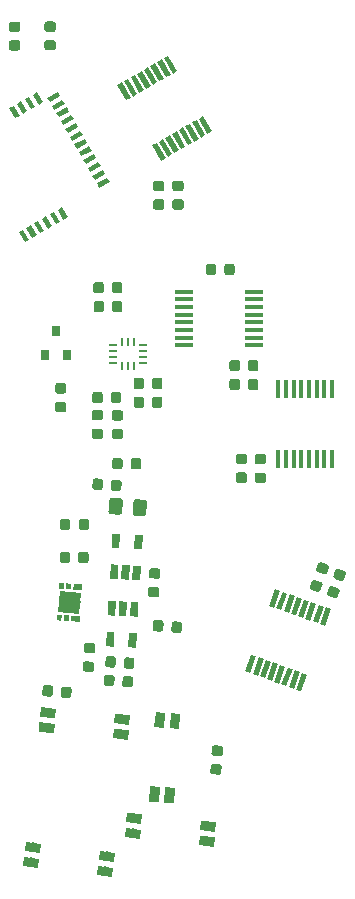
<source format=gbp>
G04 #@! TF.GenerationSoftware,KiCad,Pcbnew,(5.0.0)*
G04 #@! TF.CreationDate,2019-11-18T10:46:29+01:00*
G04 #@! TF.ProjectId,Insole_PCB,496E736F6C655F5043422E6B69636164,rev?*
G04 #@! TF.SameCoordinates,Original*
G04 #@! TF.FileFunction,Paste,Bot*
G04 #@! TF.FilePolarity,Positive*
%FSLAX46Y46*%
G04 Gerber Fmt 4.6, Leading zero omitted, Abs format (unit mm)*
G04 Created by KiCad (PCBNEW (5.0.0)) date 11/18/19 10:46:29*
%MOMM*%
%LPD*%
G01*
G04 APERTURE LIST*
%ADD10R,0.675000X0.250000*%
%ADD11R,0.250000X0.675000*%
%ADD12C,0.100000*%
%ADD13C,0.875000*%
%ADD14C,1.150000*%
%ADD15C,0.450000*%
%ADD16R,1.500000X0.450000*%
%ADD17R,0.450000X1.500000*%
%ADD18R,0.800000X0.900000*%
%ADD19C,0.650000*%
%ADD20C,0.410000*%
%ADD21C,1.800000*%
%ADD22C,0.500000*%
%ADD23C,0.400000*%
%ADD24C,0.800000*%
G04 APERTURE END LIST*
D10*
G04 #@! TO.C,U2*
X194486953Y-166460707D03*
X194486953Y-166960707D03*
X194486953Y-167460707D03*
X194486953Y-167960707D03*
X197011953Y-167960707D03*
X197011953Y-167460707D03*
X197011953Y-166960707D03*
X197011953Y-166460707D03*
D11*
X195249453Y-168223207D03*
X195749453Y-168223207D03*
X196249453Y-168223207D03*
X195249453Y-166198207D03*
X196249453Y-166198207D03*
X195749453Y-166198207D03*
G04 #@! TD*
D12*
G04 #@! TO.C,C1*
G36*
X192169412Y-193241980D02*
X192680664Y-193277730D01*
X192701980Y-193280276D01*
X192722943Y-193284900D01*
X192743352Y-193291556D01*
X192763011Y-193300180D01*
X192781729Y-193310690D01*
X192799327Y-193322984D01*
X192815636Y-193336943D01*
X192830498Y-193352434D01*
X192843769Y-193369307D01*
X192855323Y-193387400D01*
X192865048Y-193406538D01*
X192872851Y-193426537D01*
X192878655Y-193447204D01*
X192882406Y-193468341D01*
X192884067Y-193489744D01*
X192883622Y-193511206D01*
X192853104Y-193947640D01*
X192850558Y-193968956D01*
X192845934Y-193989919D01*
X192839278Y-194010328D01*
X192830654Y-194029987D01*
X192820144Y-194048705D01*
X192807850Y-194066303D01*
X192793891Y-194082612D01*
X192778400Y-194097474D01*
X192761527Y-194110745D01*
X192743435Y-194122299D01*
X192724297Y-194132024D01*
X192704298Y-194139827D01*
X192683630Y-194145631D01*
X192662493Y-194149382D01*
X192641090Y-194151043D01*
X192619628Y-194150598D01*
X192108376Y-194114848D01*
X192087060Y-194112302D01*
X192066097Y-194107678D01*
X192045688Y-194101022D01*
X192026029Y-194092398D01*
X192007311Y-194081888D01*
X191989713Y-194069594D01*
X191973404Y-194055635D01*
X191958542Y-194040144D01*
X191945271Y-194023271D01*
X191933717Y-194005178D01*
X191923992Y-193986040D01*
X191916189Y-193966041D01*
X191910385Y-193945374D01*
X191906634Y-193924237D01*
X191904973Y-193902834D01*
X191905418Y-193881372D01*
X191935936Y-193444938D01*
X191938482Y-193423622D01*
X191943106Y-193402659D01*
X191949762Y-193382250D01*
X191958386Y-193362591D01*
X191968896Y-193343873D01*
X191981190Y-193326275D01*
X191995149Y-193309966D01*
X192010640Y-193295104D01*
X192027513Y-193281833D01*
X192045605Y-193270279D01*
X192064743Y-193260554D01*
X192084742Y-193252751D01*
X192105410Y-193246947D01*
X192126547Y-193243196D01*
X192147950Y-193241535D01*
X192169412Y-193241980D01*
X192169412Y-193241980D01*
G37*
D13*
X192394520Y-193696289D03*
D12*
G36*
X192279278Y-191670816D02*
X192790530Y-191706566D01*
X192811846Y-191709112D01*
X192832809Y-191713736D01*
X192853218Y-191720392D01*
X192872877Y-191729016D01*
X192891595Y-191739526D01*
X192909193Y-191751820D01*
X192925502Y-191765779D01*
X192940364Y-191781270D01*
X192953635Y-191798143D01*
X192965189Y-191816236D01*
X192974914Y-191835374D01*
X192982717Y-191855373D01*
X192988521Y-191876040D01*
X192992272Y-191897177D01*
X192993933Y-191918580D01*
X192993488Y-191940042D01*
X192962970Y-192376476D01*
X192960424Y-192397792D01*
X192955800Y-192418755D01*
X192949144Y-192439164D01*
X192940520Y-192458823D01*
X192930010Y-192477541D01*
X192917716Y-192495139D01*
X192903757Y-192511448D01*
X192888266Y-192526310D01*
X192871393Y-192539581D01*
X192853301Y-192551135D01*
X192834163Y-192560860D01*
X192814164Y-192568663D01*
X192793496Y-192574467D01*
X192772359Y-192578218D01*
X192750956Y-192579879D01*
X192729494Y-192579434D01*
X192218242Y-192543684D01*
X192196926Y-192541138D01*
X192175963Y-192536514D01*
X192155554Y-192529858D01*
X192135895Y-192521234D01*
X192117177Y-192510724D01*
X192099579Y-192498430D01*
X192083270Y-192484471D01*
X192068408Y-192468980D01*
X192055137Y-192452107D01*
X192043583Y-192434014D01*
X192033858Y-192414876D01*
X192026055Y-192394877D01*
X192020251Y-192374210D01*
X192016500Y-192353073D01*
X192014839Y-192331670D01*
X192015284Y-192310208D01*
X192045802Y-191873774D01*
X192048348Y-191852458D01*
X192052972Y-191831495D01*
X192059628Y-191811086D01*
X192068252Y-191791427D01*
X192078762Y-191772709D01*
X192091056Y-191755111D01*
X192105015Y-191738802D01*
X192120506Y-191723940D01*
X192137379Y-191710669D01*
X192155471Y-191699115D01*
X192174609Y-191689390D01*
X192194608Y-191681587D01*
X192215276Y-191675783D01*
X192236413Y-191672032D01*
X192257816Y-191670371D01*
X192279278Y-191670816D01*
X192279278Y-191670816D01*
G37*
D13*
X192504386Y-192125125D03*
G04 #@! TD*
D12*
G04 #@! TO.C,C2*
G36*
X212976058Y-186889090D02*
X212997410Y-186891311D01*
X213018442Y-186895614D01*
X213038950Y-186901957D01*
X213520542Y-187077242D01*
X213540330Y-187085565D01*
X213559207Y-187095788D01*
X213576991Y-187107812D01*
X213593510Y-187121521D01*
X213608607Y-187136783D01*
X213622135Y-187153451D01*
X213633964Y-187171365D01*
X213643980Y-187190352D01*
X213652087Y-187210230D01*
X213658206Y-187230806D01*
X213662279Y-187251883D01*
X213664267Y-187273258D01*
X213664150Y-187294725D01*
X213661929Y-187316077D01*
X213657626Y-187337108D01*
X213651283Y-187357617D01*
X213501649Y-187768732D01*
X213493326Y-187788520D01*
X213483103Y-187807397D01*
X213471079Y-187825181D01*
X213457370Y-187841700D01*
X213442108Y-187856797D01*
X213425440Y-187870325D01*
X213407526Y-187882154D01*
X213388539Y-187892170D01*
X213368661Y-187900277D01*
X213348085Y-187906396D01*
X213327007Y-187910469D01*
X213305633Y-187912457D01*
X213284166Y-187912340D01*
X213262814Y-187910119D01*
X213241782Y-187905816D01*
X213221274Y-187899473D01*
X212739682Y-187724188D01*
X212719894Y-187715865D01*
X212701017Y-187705642D01*
X212683233Y-187693618D01*
X212666714Y-187679909D01*
X212651617Y-187664647D01*
X212638089Y-187647979D01*
X212626260Y-187630065D01*
X212616244Y-187611078D01*
X212608137Y-187591200D01*
X212602018Y-187570624D01*
X212597945Y-187549547D01*
X212595957Y-187528172D01*
X212596074Y-187506705D01*
X212598295Y-187485353D01*
X212602598Y-187464322D01*
X212608941Y-187443813D01*
X212758575Y-187032698D01*
X212766898Y-187012910D01*
X212777121Y-186994033D01*
X212789145Y-186976249D01*
X212802854Y-186959730D01*
X212818116Y-186944633D01*
X212834784Y-186931105D01*
X212852698Y-186919276D01*
X212871685Y-186909260D01*
X212891563Y-186901153D01*
X212912139Y-186895034D01*
X212933217Y-186890961D01*
X212954591Y-186888973D01*
X212976058Y-186889090D01*
X212976058Y-186889090D01*
G37*
D13*
X213130112Y-187400715D03*
D12*
G36*
X213514740Y-185409074D02*
X213536092Y-185411295D01*
X213557124Y-185415598D01*
X213577632Y-185421941D01*
X214059224Y-185597226D01*
X214079012Y-185605549D01*
X214097889Y-185615772D01*
X214115673Y-185627796D01*
X214132192Y-185641505D01*
X214147289Y-185656767D01*
X214160817Y-185673435D01*
X214172646Y-185691349D01*
X214182662Y-185710336D01*
X214190769Y-185730214D01*
X214196888Y-185750790D01*
X214200961Y-185771867D01*
X214202949Y-185793242D01*
X214202832Y-185814709D01*
X214200611Y-185836061D01*
X214196308Y-185857092D01*
X214189965Y-185877601D01*
X214040331Y-186288716D01*
X214032008Y-186308504D01*
X214021785Y-186327381D01*
X214009761Y-186345165D01*
X213996052Y-186361684D01*
X213980790Y-186376781D01*
X213964122Y-186390309D01*
X213946208Y-186402138D01*
X213927221Y-186412154D01*
X213907343Y-186420261D01*
X213886767Y-186426380D01*
X213865689Y-186430453D01*
X213844315Y-186432441D01*
X213822848Y-186432324D01*
X213801496Y-186430103D01*
X213780464Y-186425800D01*
X213759956Y-186419457D01*
X213278364Y-186244172D01*
X213258576Y-186235849D01*
X213239699Y-186225626D01*
X213221915Y-186213602D01*
X213205396Y-186199893D01*
X213190299Y-186184631D01*
X213176771Y-186167963D01*
X213164942Y-186150049D01*
X213154926Y-186131062D01*
X213146819Y-186111184D01*
X213140700Y-186090608D01*
X213136627Y-186069531D01*
X213134639Y-186048156D01*
X213134756Y-186026689D01*
X213136977Y-186005337D01*
X213141280Y-185984306D01*
X213147623Y-185963797D01*
X213297257Y-185552682D01*
X213305580Y-185532894D01*
X213315803Y-185514017D01*
X213327827Y-185496233D01*
X213341536Y-185479714D01*
X213356798Y-185464617D01*
X213373466Y-185451089D01*
X213391380Y-185439260D01*
X213410367Y-185429244D01*
X213430245Y-185421137D01*
X213450821Y-185415018D01*
X213471899Y-185410945D01*
X213493273Y-185408957D01*
X213514740Y-185409074D01*
X213514740Y-185409074D01*
G37*
D13*
X213668794Y-185920699D03*
G04 #@! TD*
D12*
G04 #@! TO.C,C3*
G36*
X197768881Y-185357554D02*
X198280678Y-185384376D01*
X198302035Y-185386550D01*
X198323076Y-185390807D01*
X198343598Y-185397105D01*
X198363404Y-185405385D01*
X198382303Y-185415567D01*
X198400113Y-185427552D01*
X198416663Y-185441225D01*
X198431793Y-185456454D01*
X198445357Y-185473092D01*
X198457225Y-185490981D01*
X198467283Y-185509946D01*
X198475433Y-185529806D01*
X198481597Y-185550369D01*
X198485716Y-185571437D01*
X198487750Y-185592807D01*
X198487680Y-185614275D01*
X198464783Y-186051175D01*
X198462609Y-186072531D01*
X198458352Y-186093572D01*
X198452053Y-186114094D01*
X198443774Y-186133900D01*
X198433592Y-186152799D01*
X198421607Y-186170610D01*
X198407934Y-186187159D01*
X198392705Y-186202289D01*
X198376067Y-186215853D01*
X198358178Y-186227721D01*
X198339213Y-186237779D01*
X198319353Y-186245929D01*
X198298790Y-186252093D01*
X198277722Y-186256212D01*
X198256351Y-186258246D01*
X198234885Y-186258176D01*
X197723088Y-186231354D01*
X197701731Y-186229180D01*
X197680690Y-186224923D01*
X197660168Y-186218625D01*
X197640362Y-186210345D01*
X197621463Y-186200163D01*
X197603653Y-186188178D01*
X197587103Y-186174505D01*
X197571973Y-186159276D01*
X197558409Y-186142638D01*
X197546541Y-186124749D01*
X197536483Y-186105784D01*
X197528333Y-186085924D01*
X197522169Y-186065361D01*
X197518050Y-186044293D01*
X197516016Y-186022923D01*
X197516086Y-186001455D01*
X197538983Y-185564555D01*
X197541157Y-185543199D01*
X197545414Y-185522158D01*
X197551713Y-185501636D01*
X197559992Y-185481830D01*
X197570174Y-185462931D01*
X197582159Y-185445120D01*
X197595832Y-185428571D01*
X197611061Y-185413441D01*
X197627699Y-185399877D01*
X197645588Y-185388009D01*
X197664553Y-185377951D01*
X197684413Y-185369801D01*
X197704976Y-185363637D01*
X197726044Y-185359518D01*
X197747415Y-185357484D01*
X197768881Y-185357554D01*
X197768881Y-185357554D01*
G37*
D13*
X198001883Y-185807865D03*
D12*
G36*
X197686451Y-186930396D02*
X198198248Y-186957218D01*
X198219605Y-186959392D01*
X198240646Y-186963649D01*
X198261168Y-186969947D01*
X198280974Y-186978227D01*
X198299873Y-186988409D01*
X198317683Y-187000394D01*
X198334233Y-187014067D01*
X198349363Y-187029296D01*
X198362927Y-187045934D01*
X198374795Y-187063823D01*
X198384853Y-187082788D01*
X198393003Y-187102648D01*
X198399167Y-187123211D01*
X198403286Y-187144279D01*
X198405320Y-187165649D01*
X198405250Y-187187117D01*
X198382353Y-187624017D01*
X198380179Y-187645373D01*
X198375922Y-187666414D01*
X198369623Y-187686936D01*
X198361344Y-187706742D01*
X198351162Y-187725641D01*
X198339177Y-187743452D01*
X198325504Y-187760001D01*
X198310275Y-187775131D01*
X198293637Y-187788695D01*
X198275748Y-187800563D01*
X198256783Y-187810621D01*
X198236923Y-187818771D01*
X198216360Y-187824935D01*
X198195292Y-187829054D01*
X198173921Y-187831088D01*
X198152455Y-187831018D01*
X197640658Y-187804196D01*
X197619301Y-187802022D01*
X197598260Y-187797765D01*
X197577738Y-187791467D01*
X197557932Y-187783187D01*
X197539033Y-187773005D01*
X197521223Y-187761020D01*
X197504673Y-187747347D01*
X197489543Y-187732118D01*
X197475979Y-187715480D01*
X197464111Y-187697591D01*
X197454053Y-187678626D01*
X197445903Y-187658766D01*
X197439739Y-187638203D01*
X197435620Y-187617135D01*
X197433586Y-187595765D01*
X197433656Y-187574297D01*
X197456553Y-187137397D01*
X197458727Y-187116041D01*
X197462984Y-187095000D01*
X197469283Y-187074478D01*
X197477562Y-187054672D01*
X197487744Y-187035773D01*
X197499729Y-187017962D01*
X197513402Y-187001413D01*
X197528631Y-186986283D01*
X197545269Y-186972719D01*
X197563158Y-186960851D01*
X197582123Y-186950793D01*
X197601983Y-186942643D01*
X197622546Y-186936479D01*
X197643614Y-186932360D01*
X197664985Y-186930326D01*
X197686451Y-186930396D01*
X197686451Y-186930396D01*
G37*
D13*
X197919453Y-187380707D03*
G04 #@! TD*
D12*
G04 #@! TO.C,C4*
G36*
X192993206Y-177761739D02*
X193429640Y-177792257D01*
X193450956Y-177794803D01*
X193471919Y-177799427D01*
X193492328Y-177806083D01*
X193511987Y-177814707D01*
X193530705Y-177825217D01*
X193548303Y-177837511D01*
X193564612Y-177851470D01*
X193579474Y-177866961D01*
X193592745Y-177883834D01*
X193604299Y-177901926D01*
X193614024Y-177921064D01*
X193621827Y-177941063D01*
X193627631Y-177961731D01*
X193631382Y-177982868D01*
X193633043Y-178004271D01*
X193632598Y-178025733D01*
X193596848Y-178536985D01*
X193594302Y-178558301D01*
X193589678Y-178579264D01*
X193583022Y-178599673D01*
X193574398Y-178619332D01*
X193563888Y-178638050D01*
X193551594Y-178655648D01*
X193537635Y-178671957D01*
X193522144Y-178686819D01*
X193505271Y-178700090D01*
X193487178Y-178711644D01*
X193468040Y-178721369D01*
X193448041Y-178729172D01*
X193427374Y-178734976D01*
X193406237Y-178738727D01*
X193384834Y-178740388D01*
X193363372Y-178739943D01*
X192926938Y-178709425D01*
X192905622Y-178706879D01*
X192884659Y-178702255D01*
X192864250Y-178695599D01*
X192844591Y-178686975D01*
X192825873Y-178676465D01*
X192808275Y-178664171D01*
X192791966Y-178650212D01*
X192777104Y-178634721D01*
X192763833Y-178617848D01*
X192752279Y-178599756D01*
X192742554Y-178580618D01*
X192734751Y-178560619D01*
X192728947Y-178539951D01*
X192725196Y-178518814D01*
X192723535Y-178497411D01*
X192723980Y-178475949D01*
X192759730Y-177964697D01*
X192762276Y-177943381D01*
X192766900Y-177922418D01*
X192773556Y-177902009D01*
X192782180Y-177882350D01*
X192792690Y-177863632D01*
X192804984Y-177846034D01*
X192818943Y-177829725D01*
X192834434Y-177814863D01*
X192851307Y-177801592D01*
X192869400Y-177790038D01*
X192888538Y-177780313D01*
X192908537Y-177772510D01*
X192929204Y-177766706D01*
X192950341Y-177762955D01*
X192971744Y-177761294D01*
X192993206Y-177761739D01*
X192993206Y-177761739D01*
G37*
D13*
X193178289Y-178250841D03*
D12*
G36*
X194564370Y-177871605D02*
X195000804Y-177902123D01*
X195022120Y-177904669D01*
X195043083Y-177909293D01*
X195063492Y-177915949D01*
X195083151Y-177924573D01*
X195101869Y-177935083D01*
X195119467Y-177947377D01*
X195135776Y-177961336D01*
X195150638Y-177976827D01*
X195163909Y-177993700D01*
X195175463Y-178011792D01*
X195185188Y-178030930D01*
X195192991Y-178050929D01*
X195198795Y-178071597D01*
X195202546Y-178092734D01*
X195204207Y-178114137D01*
X195203762Y-178135599D01*
X195168012Y-178646851D01*
X195165466Y-178668167D01*
X195160842Y-178689130D01*
X195154186Y-178709539D01*
X195145562Y-178729198D01*
X195135052Y-178747916D01*
X195122758Y-178765514D01*
X195108799Y-178781823D01*
X195093308Y-178796685D01*
X195076435Y-178809956D01*
X195058342Y-178821510D01*
X195039204Y-178831235D01*
X195019205Y-178839038D01*
X194998538Y-178844842D01*
X194977401Y-178848593D01*
X194955998Y-178850254D01*
X194934536Y-178849809D01*
X194498102Y-178819291D01*
X194476786Y-178816745D01*
X194455823Y-178812121D01*
X194435414Y-178805465D01*
X194415755Y-178796841D01*
X194397037Y-178786331D01*
X194379439Y-178774037D01*
X194363130Y-178760078D01*
X194348268Y-178744587D01*
X194334997Y-178727714D01*
X194323443Y-178709622D01*
X194313718Y-178690484D01*
X194305915Y-178670485D01*
X194300111Y-178649817D01*
X194296360Y-178628680D01*
X194294699Y-178607277D01*
X194295144Y-178585815D01*
X194330894Y-178074563D01*
X194333440Y-178053247D01*
X194338064Y-178032284D01*
X194344720Y-178011875D01*
X194353344Y-177992216D01*
X194363854Y-177973498D01*
X194376148Y-177955900D01*
X194390107Y-177939591D01*
X194405598Y-177924729D01*
X194422471Y-177911458D01*
X194440564Y-177899904D01*
X194459702Y-177890179D01*
X194479701Y-177882376D01*
X194500368Y-177876572D01*
X194521505Y-177872821D01*
X194542908Y-177871160D01*
X194564370Y-177871605D01*
X194564370Y-177871605D01*
G37*
D13*
X194749453Y-178360707D03*
G04 #@! TD*
D12*
G04 #@! TO.C,C5*
G36*
X211526058Y-186339090D02*
X211547410Y-186341311D01*
X211568442Y-186345614D01*
X211588950Y-186351957D01*
X212070542Y-186527242D01*
X212090330Y-186535565D01*
X212109207Y-186545788D01*
X212126991Y-186557812D01*
X212143510Y-186571521D01*
X212158607Y-186586783D01*
X212172135Y-186603451D01*
X212183964Y-186621365D01*
X212193980Y-186640352D01*
X212202087Y-186660230D01*
X212208206Y-186680806D01*
X212212279Y-186701883D01*
X212214267Y-186723258D01*
X212214150Y-186744725D01*
X212211929Y-186766077D01*
X212207626Y-186787108D01*
X212201283Y-186807617D01*
X212051649Y-187218732D01*
X212043326Y-187238520D01*
X212033103Y-187257397D01*
X212021079Y-187275181D01*
X212007370Y-187291700D01*
X211992108Y-187306797D01*
X211975440Y-187320325D01*
X211957526Y-187332154D01*
X211938539Y-187342170D01*
X211918661Y-187350277D01*
X211898085Y-187356396D01*
X211877007Y-187360469D01*
X211855633Y-187362457D01*
X211834166Y-187362340D01*
X211812814Y-187360119D01*
X211791782Y-187355816D01*
X211771274Y-187349473D01*
X211289682Y-187174188D01*
X211269894Y-187165865D01*
X211251017Y-187155642D01*
X211233233Y-187143618D01*
X211216714Y-187129909D01*
X211201617Y-187114647D01*
X211188089Y-187097979D01*
X211176260Y-187080065D01*
X211166244Y-187061078D01*
X211158137Y-187041200D01*
X211152018Y-187020624D01*
X211147945Y-186999547D01*
X211145957Y-186978172D01*
X211146074Y-186956705D01*
X211148295Y-186935353D01*
X211152598Y-186914322D01*
X211158941Y-186893813D01*
X211308575Y-186482698D01*
X211316898Y-186462910D01*
X211327121Y-186444033D01*
X211339145Y-186426249D01*
X211352854Y-186409730D01*
X211368116Y-186394633D01*
X211384784Y-186381105D01*
X211402698Y-186369276D01*
X211421685Y-186359260D01*
X211441563Y-186351153D01*
X211462139Y-186345034D01*
X211483217Y-186340961D01*
X211504591Y-186338973D01*
X211526058Y-186339090D01*
X211526058Y-186339090D01*
G37*
D13*
X211680112Y-186850715D03*
D12*
G36*
X212064740Y-184859074D02*
X212086092Y-184861295D01*
X212107124Y-184865598D01*
X212127632Y-184871941D01*
X212609224Y-185047226D01*
X212629012Y-185055549D01*
X212647889Y-185065772D01*
X212665673Y-185077796D01*
X212682192Y-185091505D01*
X212697289Y-185106767D01*
X212710817Y-185123435D01*
X212722646Y-185141349D01*
X212732662Y-185160336D01*
X212740769Y-185180214D01*
X212746888Y-185200790D01*
X212750961Y-185221867D01*
X212752949Y-185243242D01*
X212752832Y-185264709D01*
X212750611Y-185286061D01*
X212746308Y-185307092D01*
X212739965Y-185327601D01*
X212590331Y-185738716D01*
X212582008Y-185758504D01*
X212571785Y-185777381D01*
X212559761Y-185795165D01*
X212546052Y-185811684D01*
X212530790Y-185826781D01*
X212514122Y-185840309D01*
X212496208Y-185852138D01*
X212477221Y-185862154D01*
X212457343Y-185870261D01*
X212436767Y-185876380D01*
X212415689Y-185880453D01*
X212394315Y-185882441D01*
X212372848Y-185882324D01*
X212351496Y-185880103D01*
X212330464Y-185875800D01*
X212309956Y-185869457D01*
X211828364Y-185694172D01*
X211808576Y-185685849D01*
X211789699Y-185675626D01*
X211771915Y-185663602D01*
X211755396Y-185649893D01*
X211740299Y-185634631D01*
X211726771Y-185617963D01*
X211714942Y-185600049D01*
X211704926Y-185581062D01*
X211696819Y-185561184D01*
X211690700Y-185540608D01*
X211686627Y-185519531D01*
X211684639Y-185498156D01*
X211684756Y-185476689D01*
X211686977Y-185455337D01*
X211691280Y-185434306D01*
X211697623Y-185413797D01*
X211847257Y-185002682D01*
X211855580Y-184982894D01*
X211865803Y-184964017D01*
X211877827Y-184946233D01*
X211891536Y-184929714D01*
X211906798Y-184914617D01*
X211923466Y-184901089D01*
X211941380Y-184889260D01*
X211960367Y-184879244D01*
X211980245Y-184871137D01*
X212000821Y-184865018D01*
X212021899Y-184860945D01*
X212043273Y-184858957D01*
X212064740Y-184859074D01*
X212064740Y-184859074D01*
G37*
D13*
X212218794Y-185370699D03*
G04 #@! TD*
D12*
G04 #@! TO.C,C6*
G36*
X205627144Y-175674260D02*
X205648379Y-175677410D01*
X205669203Y-175682626D01*
X205689415Y-175689858D01*
X205708821Y-175699037D01*
X205727234Y-175710073D01*
X205744477Y-175722861D01*
X205760383Y-175737277D01*
X205774799Y-175753183D01*
X205787587Y-175770426D01*
X205798623Y-175788839D01*
X205807802Y-175808245D01*
X205815034Y-175828457D01*
X205820250Y-175849281D01*
X205823400Y-175870516D01*
X205824453Y-175891957D01*
X205824453Y-176329457D01*
X205823400Y-176350898D01*
X205820250Y-176372133D01*
X205815034Y-176392957D01*
X205807802Y-176413169D01*
X205798623Y-176432575D01*
X205787587Y-176450988D01*
X205774799Y-176468231D01*
X205760383Y-176484137D01*
X205744477Y-176498553D01*
X205727234Y-176511341D01*
X205708821Y-176522377D01*
X205689415Y-176531556D01*
X205669203Y-176538788D01*
X205648379Y-176544004D01*
X205627144Y-176547154D01*
X205605703Y-176548207D01*
X205093203Y-176548207D01*
X205071762Y-176547154D01*
X205050527Y-176544004D01*
X205029703Y-176538788D01*
X205009491Y-176531556D01*
X204990085Y-176522377D01*
X204971672Y-176511341D01*
X204954429Y-176498553D01*
X204938523Y-176484137D01*
X204924107Y-176468231D01*
X204911319Y-176450988D01*
X204900283Y-176432575D01*
X204891104Y-176413169D01*
X204883872Y-176392957D01*
X204878656Y-176372133D01*
X204875506Y-176350898D01*
X204874453Y-176329457D01*
X204874453Y-175891957D01*
X204875506Y-175870516D01*
X204878656Y-175849281D01*
X204883872Y-175828457D01*
X204891104Y-175808245D01*
X204900283Y-175788839D01*
X204911319Y-175770426D01*
X204924107Y-175753183D01*
X204938523Y-175737277D01*
X204954429Y-175722861D01*
X204971672Y-175710073D01*
X204990085Y-175699037D01*
X205009491Y-175689858D01*
X205029703Y-175682626D01*
X205050527Y-175677410D01*
X205071762Y-175674260D01*
X205093203Y-175673207D01*
X205605703Y-175673207D01*
X205627144Y-175674260D01*
X205627144Y-175674260D01*
G37*
D13*
X205349453Y-176110707D03*
D12*
G36*
X205627144Y-177249260D02*
X205648379Y-177252410D01*
X205669203Y-177257626D01*
X205689415Y-177264858D01*
X205708821Y-177274037D01*
X205727234Y-177285073D01*
X205744477Y-177297861D01*
X205760383Y-177312277D01*
X205774799Y-177328183D01*
X205787587Y-177345426D01*
X205798623Y-177363839D01*
X205807802Y-177383245D01*
X205815034Y-177403457D01*
X205820250Y-177424281D01*
X205823400Y-177445516D01*
X205824453Y-177466957D01*
X205824453Y-177904457D01*
X205823400Y-177925898D01*
X205820250Y-177947133D01*
X205815034Y-177967957D01*
X205807802Y-177988169D01*
X205798623Y-178007575D01*
X205787587Y-178025988D01*
X205774799Y-178043231D01*
X205760383Y-178059137D01*
X205744477Y-178073553D01*
X205727234Y-178086341D01*
X205708821Y-178097377D01*
X205689415Y-178106556D01*
X205669203Y-178113788D01*
X205648379Y-178119004D01*
X205627144Y-178122154D01*
X205605703Y-178123207D01*
X205093203Y-178123207D01*
X205071762Y-178122154D01*
X205050527Y-178119004D01*
X205029703Y-178113788D01*
X205009491Y-178106556D01*
X204990085Y-178097377D01*
X204971672Y-178086341D01*
X204954429Y-178073553D01*
X204938523Y-178059137D01*
X204924107Y-178043231D01*
X204911319Y-178025988D01*
X204900283Y-178007575D01*
X204891104Y-177988169D01*
X204883872Y-177967957D01*
X204878656Y-177947133D01*
X204875506Y-177925898D01*
X204874453Y-177904457D01*
X204874453Y-177466957D01*
X204875506Y-177445516D01*
X204878656Y-177424281D01*
X204883872Y-177403457D01*
X204891104Y-177383245D01*
X204900283Y-177363839D01*
X204911319Y-177345426D01*
X204924107Y-177328183D01*
X204938523Y-177312277D01*
X204954429Y-177297861D01*
X204971672Y-177285073D01*
X204990085Y-177274037D01*
X205009491Y-177264858D01*
X205029703Y-177257626D01*
X205050527Y-177252410D01*
X205071762Y-177249260D01*
X205093203Y-177248207D01*
X205605703Y-177248207D01*
X205627144Y-177249260D01*
X205627144Y-177249260D01*
G37*
D13*
X205349453Y-177685707D03*
G04 #@! TD*
D12*
G04 #@! TO.C,C7*
G36*
X207227144Y-175686760D02*
X207248379Y-175689910D01*
X207269203Y-175695126D01*
X207289415Y-175702358D01*
X207308821Y-175711537D01*
X207327234Y-175722573D01*
X207344477Y-175735361D01*
X207360383Y-175749777D01*
X207374799Y-175765683D01*
X207387587Y-175782926D01*
X207398623Y-175801339D01*
X207407802Y-175820745D01*
X207415034Y-175840957D01*
X207420250Y-175861781D01*
X207423400Y-175883016D01*
X207424453Y-175904457D01*
X207424453Y-176341957D01*
X207423400Y-176363398D01*
X207420250Y-176384633D01*
X207415034Y-176405457D01*
X207407802Y-176425669D01*
X207398623Y-176445075D01*
X207387587Y-176463488D01*
X207374799Y-176480731D01*
X207360383Y-176496637D01*
X207344477Y-176511053D01*
X207327234Y-176523841D01*
X207308821Y-176534877D01*
X207289415Y-176544056D01*
X207269203Y-176551288D01*
X207248379Y-176556504D01*
X207227144Y-176559654D01*
X207205703Y-176560707D01*
X206693203Y-176560707D01*
X206671762Y-176559654D01*
X206650527Y-176556504D01*
X206629703Y-176551288D01*
X206609491Y-176544056D01*
X206590085Y-176534877D01*
X206571672Y-176523841D01*
X206554429Y-176511053D01*
X206538523Y-176496637D01*
X206524107Y-176480731D01*
X206511319Y-176463488D01*
X206500283Y-176445075D01*
X206491104Y-176425669D01*
X206483872Y-176405457D01*
X206478656Y-176384633D01*
X206475506Y-176363398D01*
X206474453Y-176341957D01*
X206474453Y-175904457D01*
X206475506Y-175883016D01*
X206478656Y-175861781D01*
X206483872Y-175840957D01*
X206491104Y-175820745D01*
X206500283Y-175801339D01*
X206511319Y-175782926D01*
X206524107Y-175765683D01*
X206538523Y-175749777D01*
X206554429Y-175735361D01*
X206571672Y-175722573D01*
X206590085Y-175711537D01*
X206609491Y-175702358D01*
X206629703Y-175695126D01*
X206650527Y-175689910D01*
X206671762Y-175686760D01*
X206693203Y-175685707D01*
X207205703Y-175685707D01*
X207227144Y-175686760D01*
X207227144Y-175686760D01*
G37*
D13*
X206949453Y-176123207D03*
D12*
G36*
X207227144Y-177261760D02*
X207248379Y-177264910D01*
X207269203Y-177270126D01*
X207289415Y-177277358D01*
X207308821Y-177286537D01*
X207327234Y-177297573D01*
X207344477Y-177310361D01*
X207360383Y-177324777D01*
X207374799Y-177340683D01*
X207387587Y-177357926D01*
X207398623Y-177376339D01*
X207407802Y-177395745D01*
X207415034Y-177415957D01*
X207420250Y-177436781D01*
X207423400Y-177458016D01*
X207424453Y-177479457D01*
X207424453Y-177916957D01*
X207423400Y-177938398D01*
X207420250Y-177959633D01*
X207415034Y-177980457D01*
X207407802Y-178000669D01*
X207398623Y-178020075D01*
X207387587Y-178038488D01*
X207374799Y-178055731D01*
X207360383Y-178071637D01*
X207344477Y-178086053D01*
X207327234Y-178098841D01*
X207308821Y-178109877D01*
X207289415Y-178119056D01*
X207269203Y-178126288D01*
X207248379Y-178131504D01*
X207227144Y-178134654D01*
X207205703Y-178135707D01*
X206693203Y-178135707D01*
X206671762Y-178134654D01*
X206650527Y-178131504D01*
X206629703Y-178126288D01*
X206609491Y-178119056D01*
X206590085Y-178109877D01*
X206571672Y-178098841D01*
X206554429Y-178086053D01*
X206538523Y-178071637D01*
X206524107Y-178055731D01*
X206511319Y-178038488D01*
X206500283Y-178020075D01*
X206491104Y-178000669D01*
X206483872Y-177980457D01*
X206478656Y-177959633D01*
X206475506Y-177938398D01*
X206474453Y-177916957D01*
X206474453Y-177479457D01*
X206475506Y-177458016D01*
X206478656Y-177436781D01*
X206483872Y-177415957D01*
X206491104Y-177395745D01*
X206500283Y-177376339D01*
X206511319Y-177357926D01*
X206524107Y-177340683D01*
X206538523Y-177324777D01*
X206554429Y-177310361D01*
X206571672Y-177297573D01*
X206590085Y-177286537D01*
X206609491Y-177277358D01*
X206629703Y-177270126D01*
X206650527Y-177264910D01*
X206671762Y-177261760D01*
X206693203Y-177260707D01*
X207205703Y-177260707D01*
X207227144Y-177261760D01*
X207227144Y-177261760D01*
G37*
D13*
X206949453Y-177698207D03*
G04 #@! TD*
D12*
G04 #@! TO.C,C8*
G36*
X206589644Y-169336760D02*
X206610879Y-169339910D01*
X206631703Y-169345126D01*
X206651915Y-169352358D01*
X206671321Y-169361537D01*
X206689734Y-169372573D01*
X206706977Y-169385361D01*
X206722883Y-169399777D01*
X206737299Y-169415683D01*
X206750087Y-169432926D01*
X206761123Y-169451339D01*
X206770302Y-169470745D01*
X206777534Y-169490957D01*
X206782750Y-169511781D01*
X206785900Y-169533016D01*
X206786953Y-169554457D01*
X206786953Y-170066957D01*
X206785900Y-170088398D01*
X206782750Y-170109633D01*
X206777534Y-170130457D01*
X206770302Y-170150669D01*
X206761123Y-170170075D01*
X206750087Y-170188488D01*
X206737299Y-170205731D01*
X206722883Y-170221637D01*
X206706977Y-170236053D01*
X206689734Y-170248841D01*
X206671321Y-170259877D01*
X206651915Y-170269056D01*
X206631703Y-170276288D01*
X206610879Y-170281504D01*
X206589644Y-170284654D01*
X206568203Y-170285707D01*
X206130703Y-170285707D01*
X206109262Y-170284654D01*
X206088027Y-170281504D01*
X206067203Y-170276288D01*
X206046991Y-170269056D01*
X206027585Y-170259877D01*
X206009172Y-170248841D01*
X205991929Y-170236053D01*
X205976023Y-170221637D01*
X205961607Y-170205731D01*
X205948819Y-170188488D01*
X205937783Y-170170075D01*
X205928604Y-170150669D01*
X205921372Y-170130457D01*
X205916156Y-170109633D01*
X205913006Y-170088398D01*
X205911953Y-170066957D01*
X205911953Y-169554457D01*
X205913006Y-169533016D01*
X205916156Y-169511781D01*
X205921372Y-169490957D01*
X205928604Y-169470745D01*
X205937783Y-169451339D01*
X205948819Y-169432926D01*
X205961607Y-169415683D01*
X205976023Y-169399777D01*
X205991929Y-169385361D01*
X206009172Y-169372573D01*
X206027585Y-169361537D01*
X206046991Y-169352358D01*
X206067203Y-169345126D01*
X206088027Y-169339910D01*
X206109262Y-169336760D01*
X206130703Y-169335707D01*
X206568203Y-169335707D01*
X206589644Y-169336760D01*
X206589644Y-169336760D01*
G37*
D13*
X206349453Y-169810707D03*
D12*
G36*
X205014644Y-169336760D02*
X205035879Y-169339910D01*
X205056703Y-169345126D01*
X205076915Y-169352358D01*
X205096321Y-169361537D01*
X205114734Y-169372573D01*
X205131977Y-169385361D01*
X205147883Y-169399777D01*
X205162299Y-169415683D01*
X205175087Y-169432926D01*
X205186123Y-169451339D01*
X205195302Y-169470745D01*
X205202534Y-169490957D01*
X205207750Y-169511781D01*
X205210900Y-169533016D01*
X205211953Y-169554457D01*
X205211953Y-170066957D01*
X205210900Y-170088398D01*
X205207750Y-170109633D01*
X205202534Y-170130457D01*
X205195302Y-170150669D01*
X205186123Y-170170075D01*
X205175087Y-170188488D01*
X205162299Y-170205731D01*
X205147883Y-170221637D01*
X205131977Y-170236053D01*
X205114734Y-170248841D01*
X205096321Y-170259877D01*
X205076915Y-170269056D01*
X205056703Y-170276288D01*
X205035879Y-170281504D01*
X205014644Y-170284654D01*
X204993203Y-170285707D01*
X204555703Y-170285707D01*
X204534262Y-170284654D01*
X204513027Y-170281504D01*
X204492203Y-170276288D01*
X204471991Y-170269056D01*
X204452585Y-170259877D01*
X204434172Y-170248841D01*
X204416929Y-170236053D01*
X204401023Y-170221637D01*
X204386607Y-170205731D01*
X204373819Y-170188488D01*
X204362783Y-170170075D01*
X204353604Y-170150669D01*
X204346372Y-170130457D01*
X204341156Y-170109633D01*
X204338006Y-170088398D01*
X204336953Y-170066957D01*
X204336953Y-169554457D01*
X204338006Y-169533016D01*
X204341156Y-169511781D01*
X204346372Y-169490957D01*
X204353604Y-169470745D01*
X204362783Y-169451339D01*
X204373819Y-169432926D01*
X204386607Y-169415683D01*
X204401023Y-169399777D01*
X204416929Y-169385361D01*
X204434172Y-169372573D01*
X204452585Y-169361537D01*
X204471991Y-169352358D01*
X204492203Y-169345126D01*
X204513027Y-169339910D01*
X204534262Y-169336760D01*
X204555703Y-169335707D01*
X204993203Y-169335707D01*
X205014644Y-169336760D01*
X205014644Y-169336760D01*
G37*
D13*
X204774453Y-169810707D03*
G04 #@! TD*
D12*
G04 #@! TO.C,C9*
G36*
X206589644Y-167736760D02*
X206610879Y-167739910D01*
X206631703Y-167745126D01*
X206651915Y-167752358D01*
X206671321Y-167761537D01*
X206689734Y-167772573D01*
X206706977Y-167785361D01*
X206722883Y-167799777D01*
X206737299Y-167815683D01*
X206750087Y-167832926D01*
X206761123Y-167851339D01*
X206770302Y-167870745D01*
X206777534Y-167890957D01*
X206782750Y-167911781D01*
X206785900Y-167933016D01*
X206786953Y-167954457D01*
X206786953Y-168466957D01*
X206785900Y-168488398D01*
X206782750Y-168509633D01*
X206777534Y-168530457D01*
X206770302Y-168550669D01*
X206761123Y-168570075D01*
X206750087Y-168588488D01*
X206737299Y-168605731D01*
X206722883Y-168621637D01*
X206706977Y-168636053D01*
X206689734Y-168648841D01*
X206671321Y-168659877D01*
X206651915Y-168669056D01*
X206631703Y-168676288D01*
X206610879Y-168681504D01*
X206589644Y-168684654D01*
X206568203Y-168685707D01*
X206130703Y-168685707D01*
X206109262Y-168684654D01*
X206088027Y-168681504D01*
X206067203Y-168676288D01*
X206046991Y-168669056D01*
X206027585Y-168659877D01*
X206009172Y-168648841D01*
X205991929Y-168636053D01*
X205976023Y-168621637D01*
X205961607Y-168605731D01*
X205948819Y-168588488D01*
X205937783Y-168570075D01*
X205928604Y-168550669D01*
X205921372Y-168530457D01*
X205916156Y-168509633D01*
X205913006Y-168488398D01*
X205911953Y-168466957D01*
X205911953Y-167954457D01*
X205913006Y-167933016D01*
X205916156Y-167911781D01*
X205921372Y-167890957D01*
X205928604Y-167870745D01*
X205937783Y-167851339D01*
X205948819Y-167832926D01*
X205961607Y-167815683D01*
X205976023Y-167799777D01*
X205991929Y-167785361D01*
X206009172Y-167772573D01*
X206027585Y-167761537D01*
X206046991Y-167752358D01*
X206067203Y-167745126D01*
X206088027Y-167739910D01*
X206109262Y-167736760D01*
X206130703Y-167735707D01*
X206568203Y-167735707D01*
X206589644Y-167736760D01*
X206589644Y-167736760D01*
G37*
D13*
X206349453Y-168210707D03*
D12*
G36*
X205014644Y-167736760D02*
X205035879Y-167739910D01*
X205056703Y-167745126D01*
X205076915Y-167752358D01*
X205096321Y-167761537D01*
X205114734Y-167772573D01*
X205131977Y-167785361D01*
X205147883Y-167799777D01*
X205162299Y-167815683D01*
X205175087Y-167832926D01*
X205186123Y-167851339D01*
X205195302Y-167870745D01*
X205202534Y-167890957D01*
X205207750Y-167911781D01*
X205210900Y-167933016D01*
X205211953Y-167954457D01*
X205211953Y-168466957D01*
X205210900Y-168488398D01*
X205207750Y-168509633D01*
X205202534Y-168530457D01*
X205195302Y-168550669D01*
X205186123Y-168570075D01*
X205175087Y-168588488D01*
X205162299Y-168605731D01*
X205147883Y-168621637D01*
X205131977Y-168636053D01*
X205114734Y-168648841D01*
X205096321Y-168659877D01*
X205076915Y-168669056D01*
X205056703Y-168676288D01*
X205035879Y-168681504D01*
X205014644Y-168684654D01*
X204993203Y-168685707D01*
X204555703Y-168685707D01*
X204534262Y-168684654D01*
X204513027Y-168681504D01*
X204492203Y-168676288D01*
X204471991Y-168669056D01*
X204452585Y-168659877D01*
X204434172Y-168648841D01*
X204416929Y-168636053D01*
X204401023Y-168621637D01*
X204386607Y-168605731D01*
X204373819Y-168588488D01*
X204362783Y-168570075D01*
X204353604Y-168550669D01*
X204346372Y-168530457D01*
X204341156Y-168509633D01*
X204338006Y-168488398D01*
X204336953Y-168466957D01*
X204336953Y-167954457D01*
X204338006Y-167933016D01*
X204341156Y-167911781D01*
X204346372Y-167890957D01*
X204353604Y-167870745D01*
X204362783Y-167851339D01*
X204373819Y-167832926D01*
X204386607Y-167815683D01*
X204401023Y-167799777D01*
X204416929Y-167785361D01*
X204434172Y-167772573D01*
X204452585Y-167761537D01*
X204471991Y-167752358D01*
X204492203Y-167745126D01*
X204513027Y-167739910D01*
X204534262Y-167736760D01*
X204555703Y-167735707D01*
X204993203Y-167735707D01*
X205014644Y-167736760D01*
X205014644Y-167736760D01*
G37*
D13*
X204774453Y-168210707D03*
G04 #@! TD*
D12*
G04 #@! TO.C,C10*
G36*
X200252144Y-152549260D02*
X200273379Y-152552410D01*
X200294203Y-152557626D01*
X200314415Y-152564858D01*
X200333821Y-152574037D01*
X200352234Y-152585073D01*
X200369477Y-152597861D01*
X200385383Y-152612277D01*
X200399799Y-152628183D01*
X200412587Y-152645426D01*
X200423623Y-152663839D01*
X200432802Y-152683245D01*
X200440034Y-152703457D01*
X200445250Y-152724281D01*
X200448400Y-152745516D01*
X200449453Y-152766957D01*
X200449453Y-153204457D01*
X200448400Y-153225898D01*
X200445250Y-153247133D01*
X200440034Y-153267957D01*
X200432802Y-153288169D01*
X200423623Y-153307575D01*
X200412587Y-153325988D01*
X200399799Y-153343231D01*
X200385383Y-153359137D01*
X200369477Y-153373553D01*
X200352234Y-153386341D01*
X200333821Y-153397377D01*
X200314415Y-153406556D01*
X200294203Y-153413788D01*
X200273379Y-153419004D01*
X200252144Y-153422154D01*
X200230703Y-153423207D01*
X199718203Y-153423207D01*
X199696762Y-153422154D01*
X199675527Y-153419004D01*
X199654703Y-153413788D01*
X199634491Y-153406556D01*
X199615085Y-153397377D01*
X199596672Y-153386341D01*
X199579429Y-153373553D01*
X199563523Y-153359137D01*
X199549107Y-153343231D01*
X199536319Y-153325988D01*
X199525283Y-153307575D01*
X199516104Y-153288169D01*
X199508872Y-153267957D01*
X199503656Y-153247133D01*
X199500506Y-153225898D01*
X199499453Y-153204457D01*
X199499453Y-152766957D01*
X199500506Y-152745516D01*
X199503656Y-152724281D01*
X199508872Y-152703457D01*
X199516104Y-152683245D01*
X199525283Y-152663839D01*
X199536319Y-152645426D01*
X199549107Y-152628183D01*
X199563523Y-152612277D01*
X199579429Y-152597861D01*
X199596672Y-152585073D01*
X199615085Y-152574037D01*
X199634491Y-152564858D01*
X199654703Y-152557626D01*
X199675527Y-152552410D01*
X199696762Y-152549260D01*
X199718203Y-152548207D01*
X200230703Y-152548207D01*
X200252144Y-152549260D01*
X200252144Y-152549260D01*
G37*
D13*
X199974453Y-152985707D03*
D12*
G36*
X200252144Y-154124260D02*
X200273379Y-154127410D01*
X200294203Y-154132626D01*
X200314415Y-154139858D01*
X200333821Y-154149037D01*
X200352234Y-154160073D01*
X200369477Y-154172861D01*
X200385383Y-154187277D01*
X200399799Y-154203183D01*
X200412587Y-154220426D01*
X200423623Y-154238839D01*
X200432802Y-154258245D01*
X200440034Y-154278457D01*
X200445250Y-154299281D01*
X200448400Y-154320516D01*
X200449453Y-154341957D01*
X200449453Y-154779457D01*
X200448400Y-154800898D01*
X200445250Y-154822133D01*
X200440034Y-154842957D01*
X200432802Y-154863169D01*
X200423623Y-154882575D01*
X200412587Y-154900988D01*
X200399799Y-154918231D01*
X200385383Y-154934137D01*
X200369477Y-154948553D01*
X200352234Y-154961341D01*
X200333821Y-154972377D01*
X200314415Y-154981556D01*
X200294203Y-154988788D01*
X200273379Y-154994004D01*
X200252144Y-154997154D01*
X200230703Y-154998207D01*
X199718203Y-154998207D01*
X199696762Y-154997154D01*
X199675527Y-154994004D01*
X199654703Y-154988788D01*
X199634491Y-154981556D01*
X199615085Y-154972377D01*
X199596672Y-154961341D01*
X199579429Y-154948553D01*
X199563523Y-154934137D01*
X199549107Y-154918231D01*
X199536319Y-154900988D01*
X199525283Y-154882575D01*
X199516104Y-154863169D01*
X199508872Y-154842957D01*
X199503656Y-154822133D01*
X199500506Y-154800898D01*
X199499453Y-154779457D01*
X199499453Y-154341957D01*
X199500506Y-154320516D01*
X199503656Y-154299281D01*
X199508872Y-154278457D01*
X199516104Y-154258245D01*
X199525283Y-154238839D01*
X199536319Y-154220426D01*
X199549107Y-154203183D01*
X199563523Y-154187277D01*
X199579429Y-154172861D01*
X199596672Y-154160073D01*
X199615085Y-154149037D01*
X199634491Y-154139858D01*
X199654703Y-154132626D01*
X199675527Y-154127410D01*
X199696762Y-154124260D01*
X199718203Y-154123207D01*
X200230703Y-154123207D01*
X200252144Y-154124260D01*
X200252144Y-154124260D01*
G37*
D13*
X199974453Y-154560707D03*
G04 #@! TD*
D12*
G04 #@! TO.C,C11*
G36*
X198627144Y-152561760D02*
X198648379Y-152564910D01*
X198669203Y-152570126D01*
X198689415Y-152577358D01*
X198708821Y-152586537D01*
X198727234Y-152597573D01*
X198744477Y-152610361D01*
X198760383Y-152624777D01*
X198774799Y-152640683D01*
X198787587Y-152657926D01*
X198798623Y-152676339D01*
X198807802Y-152695745D01*
X198815034Y-152715957D01*
X198820250Y-152736781D01*
X198823400Y-152758016D01*
X198824453Y-152779457D01*
X198824453Y-153216957D01*
X198823400Y-153238398D01*
X198820250Y-153259633D01*
X198815034Y-153280457D01*
X198807802Y-153300669D01*
X198798623Y-153320075D01*
X198787587Y-153338488D01*
X198774799Y-153355731D01*
X198760383Y-153371637D01*
X198744477Y-153386053D01*
X198727234Y-153398841D01*
X198708821Y-153409877D01*
X198689415Y-153419056D01*
X198669203Y-153426288D01*
X198648379Y-153431504D01*
X198627144Y-153434654D01*
X198605703Y-153435707D01*
X198093203Y-153435707D01*
X198071762Y-153434654D01*
X198050527Y-153431504D01*
X198029703Y-153426288D01*
X198009491Y-153419056D01*
X197990085Y-153409877D01*
X197971672Y-153398841D01*
X197954429Y-153386053D01*
X197938523Y-153371637D01*
X197924107Y-153355731D01*
X197911319Y-153338488D01*
X197900283Y-153320075D01*
X197891104Y-153300669D01*
X197883872Y-153280457D01*
X197878656Y-153259633D01*
X197875506Y-153238398D01*
X197874453Y-153216957D01*
X197874453Y-152779457D01*
X197875506Y-152758016D01*
X197878656Y-152736781D01*
X197883872Y-152715957D01*
X197891104Y-152695745D01*
X197900283Y-152676339D01*
X197911319Y-152657926D01*
X197924107Y-152640683D01*
X197938523Y-152624777D01*
X197954429Y-152610361D01*
X197971672Y-152597573D01*
X197990085Y-152586537D01*
X198009491Y-152577358D01*
X198029703Y-152570126D01*
X198050527Y-152564910D01*
X198071762Y-152561760D01*
X198093203Y-152560707D01*
X198605703Y-152560707D01*
X198627144Y-152561760D01*
X198627144Y-152561760D01*
G37*
D13*
X198349453Y-152998207D03*
D12*
G36*
X198627144Y-154136760D02*
X198648379Y-154139910D01*
X198669203Y-154145126D01*
X198689415Y-154152358D01*
X198708821Y-154161537D01*
X198727234Y-154172573D01*
X198744477Y-154185361D01*
X198760383Y-154199777D01*
X198774799Y-154215683D01*
X198787587Y-154232926D01*
X198798623Y-154251339D01*
X198807802Y-154270745D01*
X198815034Y-154290957D01*
X198820250Y-154311781D01*
X198823400Y-154333016D01*
X198824453Y-154354457D01*
X198824453Y-154791957D01*
X198823400Y-154813398D01*
X198820250Y-154834633D01*
X198815034Y-154855457D01*
X198807802Y-154875669D01*
X198798623Y-154895075D01*
X198787587Y-154913488D01*
X198774799Y-154930731D01*
X198760383Y-154946637D01*
X198744477Y-154961053D01*
X198727234Y-154973841D01*
X198708821Y-154984877D01*
X198689415Y-154994056D01*
X198669203Y-155001288D01*
X198648379Y-155006504D01*
X198627144Y-155009654D01*
X198605703Y-155010707D01*
X198093203Y-155010707D01*
X198071762Y-155009654D01*
X198050527Y-155006504D01*
X198029703Y-155001288D01*
X198009491Y-154994056D01*
X197990085Y-154984877D01*
X197971672Y-154973841D01*
X197954429Y-154961053D01*
X197938523Y-154946637D01*
X197924107Y-154930731D01*
X197911319Y-154913488D01*
X197900283Y-154895075D01*
X197891104Y-154875669D01*
X197883872Y-154855457D01*
X197878656Y-154834633D01*
X197875506Y-154813398D01*
X197874453Y-154791957D01*
X197874453Y-154354457D01*
X197875506Y-154333016D01*
X197878656Y-154311781D01*
X197883872Y-154290957D01*
X197891104Y-154270745D01*
X197900283Y-154251339D01*
X197911319Y-154232926D01*
X197924107Y-154215683D01*
X197938523Y-154199777D01*
X197954429Y-154185361D01*
X197971672Y-154172573D01*
X197990085Y-154161537D01*
X198009491Y-154152358D01*
X198029703Y-154145126D01*
X198050527Y-154139910D01*
X198071762Y-154136760D01*
X198093203Y-154135707D01*
X198605703Y-154135707D01*
X198627144Y-154136760D01*
X198627144Y-154136760D01*
G37*
D13*
X198349453Y-154573207D03*
G04 #@! TD*
D12*
G04 #@! TO.C,C12*
G36*
X196889644Y-170836760D02*
X196910879Y-170839910D01*
X196931703Y-170845126D01*
X196951915Y-170852358D01*
X196971321Y-170861537D01*
X196989734Y-170872573D01*
X197006977Y-170885361D01*
X197022883Y-170899777D01*
X197037299Y-170915683D01*
X197050087Y-170932926D01*
X197061123Y-170951339D01*
X197070302Y-170970745D01*
X197077534Y-170990957D01*
X197082750Y-171011781D01*
X197085900Y-171033016D01*
X197086953Y-171054457D01*
X197086953Y-171566957D01*
X197085900Y-171588398D01*
X197082750Y-171609633D01*
X197077534Y-171630457D01*
X197070302Y-171650669D01*
X197061123Y-171670075D01*
X197050087Y-171688488D01*
X197037299Y-171705731D01*
X197022883Y-171721637D01*
X197006977Y-171736053D01*
X196989734Y-171748841D01*
X196971321Y-171759877D01*
X196951915Y-171769056D01*
X196931703Y-171776288D01*
X196910879Y-171781504D01*
X196889644Y-171784654D01*
X196868203Y-171785707D01*
X196430703Y-171785707D01*
X196409262Y-171784654D01*
X196388027Y-171781504D01*
X196367203Y-171776288D01*
X196346991Y-171769056D01*
X196327585Y-171759877D01*
X196309172Y-171748841D01*
X196291929Y-171736053D01*
X196276023Y-171721637D01*
X196261607Y-171705731D01*
X196248819Y-171688488D01*
X196237783Y-171670075D01*
X196228604Y-171650669D01*
X196221372Y-171630457D01*
X196216156Y-171609633D01*
X196213006Y-171588398D01*
X196211953Y-171566957D01*
X196211953Y-171054457D01*
X196213006Y-171033016D01*
X196216156Y-171011781D01*
X196221372Y-170990957D01*
X196228604Y-170970745D01*
X196237783Y-170951339D01*
X196248819Y-170932926D01*
X196261607Y-170915683D01*
X196276023Y-170899777D01*
X196291929Y-170885361D01*
X196309172Y-170872573D01*
X196327585Y-170861537D01*
X196346991Y-170852358D01*
X196367203Y-170845126D01*
X196388027Y-170839910D01*
X196409262Y-170836760D01*
X196430703Y-170835707D01*
X196868203Y-170835707D01*
X196889644Y-170836760D01*
X196889644Y-170836760D01*
G37*
D13*
X196649453Y-171310707D03*
D12*
G36*
X198464644Y-170836760D02*
X198485879Y-170839910D01*
X198506703Y-170845126D01*
X198526915Y-170852358D01*
X198546321Y-170861537D01*
X198564734Y-170872573D01*
X198581977Y-170885361D01*
X198597883Y-170899777D01*
X198612299Y-170915683D01*
X198625087Y-170932926D01*
X198636123Y-170951339D01*
X198645302Y-170970745D01*
X198652534Y-170990957D01*
X198657750Y-171011781D01*
X198660900Y-171033016D01*
X198661953Y-171054457D01*
X198661953Y-171566957D01*
X198660900Y-171588398D01*
X198657750Y-171609633D01*
X198652534Y-171630457D01*
X198645302Y-171650669D01*
X198636123Y-171670075D01*
X198625087Y-171688488D01*
X198612299Y-171705731D01*
X198597883Y-171721637D01*
X198581977Y-171736053D01*
X198564734Y-171748841D01*
X198546321Y-171759877D01*
X198526915Y-171769056D01*
X198506703Y-171776288D01*
X198485879Y-171781504D01*
X198464644Y-171784654D01*
X198443203Y-171785707D01*
X198005703Y-171785707D01*
X197984262Y-171784654D01*
X197963027Y-171781504D01*
X197942203Y-171776288D01*
X197921991Y-171769056D01*
X197902585Y-171759877D01*
X197884172Y-171748841D01*
X197866929Y-171736053D01*
X197851023Y-171721637D01*
X197836607Y-171705731D01*
X197823819Y-171688488D01*
X197812783Y-171670075D01*
X197803604Y-171650669D01*
X197796372Y-171630457D01*
X197791156Y-171609633D01*
X197788006Y-171588398D01*
X197786953Y-171566957D01*
X197786953Y-171054457D01*
X197788006Y-171033016D01*
X197791156Y-171011781D01*
X197796372Y-170990957D01*
X197803604Y-170970745D01*
X197812783Y-170951339D01*
X197823819Y-170932926D01*
X197836607Y-170915683D01*
X197851023Y-170899777D01*
X197866929Y-170885361D01*
X197884172Y-170872573D01*
X197902585Y-170861537D01*
X197921991Y-170852358D01*
X197942203Y-170845126D01*
X197963027Y-170839910D01*
X197984262Y-170836760D01*
X198005703Y-170835707D01*
X198443203Y-170835707D01*
X198464644Y-170836760D01*
X198464644Y-170836760D01*
G37*
D13*
X198224453Y-171310707D03*
G04 #@! TD*
D12*
G04 #@! TO.C,C13*
G36*
X196889644Y-169236760D02*
X196910879Y-169239910D01*
X196931703Y-169245126D01*
X196951915Y-169252358D01*
X196971321Y-169261537D01*
X196989734Y-169272573D01*
X197006977Y-169285361D01*
X197022883Y-169299777D01*
X197037299Y-169315683D01*
X197050087Y-169332926D01*
X197061123Y-169351339D01*
X197070302Y-169370745D01*
X197077534Y-169390957D01*
X197082750Y-169411781D01*
X197085900Y-169433016D01*
X197086953Y-169454457D01*
X197086953Y-169966957D01*
X197085900Y-169988398D01*
X197082750Y-170009633D01*
X197077534Y-170030457D01*
X197070302Y-170050669D01*
X197061123Y-170070075D01*
X197050087Y-170088488D01*
X197037299Y-170105731D01*
X197022883Y-170121637D01*
X197006977Y-170136053D01*
X196989734Y-170148841D01*
X196971321Y-170159877D01*
X196951915Y-170169056D01*
X196931703Y-170176288D01*
X196910879Y-170181504D01*
X196889644Y-170184654D01*
X196868203Y-170185707D01*
X196430703Y-170185707D01*
X196409262Y-170184654D01*
X196388027Y-170181504D01*
X196367203Y-170176288D01*
X196346991Y-170169056D01*
X196327585Y-170159877D01*
X196309172Y-170148841D01*
X196291929Y-170136053D01*
X196276023Y-170121637D01*
X196261607Y-170105731D01*
X196248819Y-170088488D01*
X196237783Y-170070075D01*
X196228604Y-170050669D01*
X196221372Y-170030457D01*
X196216156Y-170009633D01*
X196213006Y-169988398D01*
X196211953Y-169966957D01*
X196211953Y-169454457D01*
X196213006Y-169433016D01*
X196216156Y-169411781D01*
X196221372Y-169390957D01*
X196228604Y-169370745D01*
X196237783Y-169351339D01*
X196248819Y-169332926D01*
X196261607Y-169315683D01*
X196276023Y-169299777D01*
X196291929Y-169285361D01*
X196309172Y-169272573D01*
X196327585Y-169261537D01*
X196346991Y-169252358D01*
X196367203Y-169245126D01*
X196388027Y-169239910D01*
X196409262Y-169236760D01*
X196430703Y-169235707D01*
X196868203Y-169235707D01*
X196889644Y-169236760D01*
X196889644Y-169236760D01*
G37*
D13*
X196649453Y-169710707D03*
D12*
G36*
X198464644Y-169236760D02*
X198485879Y-169239910D01*
X198506703Y-169245126D01*
X198526915Y-169252358D01*
X198546321Y-169261537D01*
X198564734Y-169272573D01*
X198581977Y-169285361D01*
X198597883Y-169299777D01*
X198612299Y-169315683D01*
X198625087Y-169332926D01*
X198636123Y-169351339D01*
X198645302Y-169370745D01*
X198652534Y-169390957D01*
X198657750Y-169411781D01*
X198660900Y-169433016D01*
X198661953Y-169454457D01*
X198661953Y-169966957D01*
X198660900Y-169988398D01*
X198657750Y-170009633D01*
X198652534Y-170030457D01*
X198645302Y-170050669D01*
X198636123Y-170070075D01*
X198625087Y-170088488D01*
X198612299Y-170105731D01*
X198597883Y-170121637D01*
X198581977Y-170136053D01*
X198564734Y-170148841D01*
X198546321Y-170159877D01*
X198526915Y-170169056D01*
X198506703Y-170176288D01*
X198485879Y-170181504D01*
X198464644Y-170184654D01*
X198443203Y-170185707D01*
X198005703Y-170185707D01*
X197984262Y-170184654D01*
X197963027Y-170181504D01*
X197942203Y-170176288D01*
X197921991Y-170169056D01*
X197902585Y-170159877D01*
X197884172Y-170148841D01*
X197866929Y-170136053D01*
X197851023Y-170121637D01*
X197836607Y-170105731D01*
X197823819Y-170088488D01*
X197812783Y-170070075D01*
X197803604Y-170050669D01*
X197796372Y-170030457D01*
X197791156Y-170009633D01*
X197788006Y-169988398D01*
X197786953Y-169966957D01*
X197786953Y-169454457D01*
X197788006Y-169433016D01*
X197791156Y-169411781D01*
X197796372Y-169390957D01*
X197803604Y-169370745D01*
X197812783Y-169351339D01*
X197823819Y-169332926D01*
X197836607Y-169315683D01*
X197851023Y-169299777D01*
X197866929Y-169285361D01*
X197884172Y-169272573D01*
X197902585Y-169261537D01*
X197921991Y-169252358D01*
X197942203Y-169245126D01*
X197963027Y-169239910D01*
X197984262Y-169236760D01*
X198005703Y-169235707D01*
X198443203Y-169235707D01*
X198464644Y-169236760D01*
X198464644Y-169236760D01*
G37*
D13*
X198224453Y-169710707D03*
G04 #@! TD*
D12*
G04 #@! TO.C,C14*
G36*
X194977144Y-170436760D02*
X194998379Y-170439910D01*
X195019203Y-170445126D01*
X195039415Y-170452358D01*
X195058821Y-170461537D01*
X195077234Y-170472573D01*
X195094477Y-170485361D01*
X195110383Y-170499777D01*
X195124799Y-170515683D01*
X195137587Y-170532926D01*
X195148623Y-170551339D01*
X195157802Y-170570745D01*
X195165034Y-170590957D01*
X195170250Y-170611781D01*
X195173400Y-170633016D01*
X195174453Y-170654457D01*
X195174453Y-171166957D01*
X195173400Y-171188398D01*
X195170250Y-171209633D01*
X195165034Y-171230457D01*
X195157802Y-171250669D01*
X195148623Y-171270075D01*
X195137587Y-171288488D01*
X195124799Y-171305731D01*
X195110383Y-171321637D01*
X195094477Y-171336053D01*
X195077234Y-171348841D01*
X195058821Y-171359877D01*
X195039415Y-171369056D01*
X195019203Y-171376288D01*
X194998379Y-171381504D01*
X194977144Y-171384654D01*
X194955703Y-171385707D01*
X194518203Y-171385707D01*
X194496762Y-171384654D01*
X194475527Y-171381504D01*
X194454703Y-171376288D01*
X194434491Y-171369056D01*
X194415085Y-171359877D01*
X194396672Y-171348841D01*
X194379429Y-171336053D01*
X194363523Y-171321637D01*
X194349107Y-171305731D01*
X194336319Y-171288488D01*
X194325283Y-171270075D01*
X194316104Y-171250669D01*
X194308872Y-171230457D01*
X194303656Y-171209633D01*
X194300506Y-171188398D01*
X194299453Y-171166957D01*
X194299453Y-170654457D01*
X194300506Y-170633016D01*
X194303656Y-170611781D01*
X194308872Y-170590957D01*
X194316104Y-170570745D01*
X194325283Y-170551339D01*
X194336319Y-170532926D01*
X194349107Y-170515683D01*
X194363523Y-170499777D01*
X194379429Y-170485361D01*
X194396672Y-170472573D01*
X194415085Y-170461537D01*
X194434491Y-170452358D01*
X194454703Y-170445126D01*
X194475527Y-170439910D01*
X194496762Y-170436760D01*
X194518203Y-170435707D01*
X194955703Y-170435707D01*
X194977144Y-170436760D01*
X194977144Y-170436760D01*
G37*
D13*
X194736953Y-170910707D03*
D12*
G36*
X193402144Y-170436760D02*
X193423379Y-170439910D01*
X193444203Y-170445126D01*
X193464415Y-170452358D01*
X193483821Y-170461537D01*
X193502234Y-170472573D01*
X193519477Y-170485361D01*
X193535383Y-170499777D01*
X193549799Y-170515683D01*
X193562587Y-170532926D01*
X193573623Y-170551339D01*
X193582802Y-170570745D01*
X193590034Y-170590957D01*
X193595250Y-170611781D01*
X193598400Y-170633016D01*
X193599453Y-170654457D01*
X193599453Y-171166957D01*
X193598400Y-171188398D01*
X193595250Y-171209633D01*
X193590034Y-171230457D01*
X193582802Y-171250669D01*
X193573623Y-171270075D01*
X193562587Y-171288488D01*
X193549799Y-171305731D01*
X193535383Y-171321637D01*
X193519477Y-171336053D01*
X193502234Y-171348841D01*
X193483821Y-171359877D01*
X193464415Y-171369056D01*
X193444203Y-171376288D01*
X193423379Y-171381504D01*
X193402144Y-171384654D01*
X193380703Y-171385707D01*
X192943203Y-171385707D01*
X192921762Y-171384654D01*
X192900527Y-171381504D01*
X192879703Y-171376288D01*
X192859491Y-171369056D01*
X192840085Y-171359877D01*
X192821672Y-171348841D01*
X192804429Y-171336053D01*
X192788523Y-171321637D01*
X192774107Y-171305731D01*
X192761319Y-171288488D01*
X192750283Y-171270075D01*
X192741104Y-171250669D01*
X192733872Y-171230457D01*
X192728656Y-171209633D01*
X192725506Y-171188398D01*
X192724453Y-171166957D01*
X192724453Y-170654457D01*
X192725506Y-170633016D01*
X192728656Y-170611781D01*
X192733872Y-170590957D01*
X192741104Y-170570745D01*
X192750283Y-170551339D01*
X192761319Y-170532926D01*
X192774107Y-170515683D01*
X192788523Y-170499777D01*
X192804429Y-170485361D01*
X192821672Y-170472573D01*
X192840085Y-170461537D01*
X192859491Y-170452358D01*
X192879703Y-170445126D01*
X192900527Y-170439910D01*
X192921762Y-170436760D01*
X192943203Y-170435707D01*
X193380703Y-170435707D01*
X193402144Y-170436760D01*
X193402144Y-170436760D01*
G37*
D13*
X193161953Y-170910707D03*
G04 #@! TD*
D12*
G04 #@! TO.C,L3*
G36*
X194424073Y-179389741D02*
X195072492Y-179435083D01*
X195096853Y-179437993D01*
X195120811Y-179443277D01*
X195144135Y-179450884D01*
X195166602Y-179460740D01*
X195187995Y-179472751D01*
X195208107Y-179486801D01*
X195226745Y-179502755D01*
X195243730Y-179520459D01*
X195258897Y-179539742D01*
X195272102Y-179560419D01*
X195283216Y-179582291D01*
X195292133Y-179605147D01*
X195298767Y-179628767D01*
X195303053Y-179652923D01*
X195304951Y-179677384D01*
X195304443Y-179701912D01*
X195241662Y-180599722D01*
X195238752Y-180624083D01*
X195233468Y-180648041D01*
X195225861Y-180671365D01*
X195216005Y-180693832D01*
X195203994Y-180715225D01*
X195189944Y-180735337D01*
X195173990Y-180753975D01*
X195156286Y-180770960D01*
X195137003Y-180786127D01*
X195116326Y-180799332D01*
X195094454Y-180810446D01*
X195071598Y-180819363D01*
X195047978Y-180825997D01*
X195023822Y-180830283D01*
X194999361Y-180832181D01*
X194974833Y-180831673D01*
X194326414Y-180786331D01*
X194302053Y-180783421D01*
X194278095Y-180778137D01*
X194254771Y-180770530D01*
X194232304Y-180760674D01*
X194210911Y-180748663D01*
X194190799Y-180734613D01*
X194172161Y-180718659D01*
X194155176Y-180700955D01*
X194140009Y-180681672D01*
X194126804Y-180660995D01*
X194115690Y-180639123D01*
X194106773Y-180616267D01*
X194100139Y-180592647D01*
X194095853Y-180568491D01*
X194093955Y-180544030D01*
X194094463Y-180519502D01*
X194157244Y-179621692D01*
X194160154Y-179597331D01*
X194165438Y-179573373D01*
X194173045Y-179550049D01*
X194182901Y-179527582D01*
X194194912Y-179506189D01*
X194208962Y-179486077D01*
X194224916Y-179467439D01*
X194242620Y-179450454D01*
X194261903Y-179435287D01*
X194282580Y-179422082D01*
X194304452Y-179410968D01*
X194327308Y-179402051D01*
X194350928Y-179395417D01*
X194375084Y-179391131D01*
X194399545Y-179389233D01*
X194424073Y-179389741D01*
X194424073Y-179389741D01*
G37*
D14*
X194699453Y-180110707D03*
D12*
G36*
X196469079Y-179532741D02*
X197117498Y-179578083D01*
X197141859Y-179580993D01*
X197165817Y-179586277D01*
X197189141Y-179593884D01*
X197211608Y-179603740D01*
X197233001Y-179615751D01*
X197253113Y-179629801D01*
X197271751Y-179645755D01*
X197288736Y-179663459D01*
X197303903Y-179682742D01*
X197317108Y-179703419D01*
X197328222Y-179725291D01*
X197337139Y-179748147D01*
X197343773Y-179771767D01*
X197348059Y-179795923D01*
X197349957Y-179820384D01*
X197349449Y-179844912D01*
X197286668Y-180742722D01*
X197283758Y-180767083D01*
X197278474Y-180791041D01*
X197270867Y-180814365D01*
X197261011Y-180836832D01*
X197249000Y-180858225D01*
X197234950Y-180878337D01*
X197218996Y-180896975D01*
X197201292Y-180913960D01*
X197182009Y-180929127D01*
X197161332Y-180942332D01*
X197139460Y-180953446D01*
X197116604Y-180962363D01*
X197092984Y-180968997D01*
X197068828Y-180973283D01*
X197044367Y-180975181D01*
X197019839Y-180974673D01*
X196371420Y-180929331D01*
X196347059Y-180926421D01*
X196323101Y-180921137D01*
X196299777Y-180913530D01*
X196277310Y-180903674D01*
X196255917Y-180891663D01*
X196235805Y-180877613D01*
X196217167Y-180861659D01*
X196200182Y-180843955D01*
X196185015Y-180824672D01*
X196171810Y-180803995D01*
X196160696Y-180782123D01*
X196151779Y-180759267D01*
X196145145Y-180735647D01*
X196140859Y-180711491D01*
X196138961Y-180687030D01*
X196139469Y-180662502D01*
X196202250Y-179764692D01*
X196205160Y-179740331D01*
X196210444Y-179716373D01*
X196218051Y-179693049D01*
X196227907Y-179670582D01*
X196239918Y-179649189D01*
X196253968Y-179629077D01*
X196269922Y-179610439D01*
X196287626Y-179593454D01*
X196306909Y-179578287D01*
X196327586Y-179565082D01*
X196349458Y-179553968D01*
X196372314Y-179545051D01*
X196395934Y-179538417D01*
X196420090Y-179534131D01*
X196444551Y-179532233D01*
X196469079Y-179532741D01*
X196469079Y-179532741D01*
G37*
D14*
X196744459Y-180253707D03*
G04 #@! TD*
D15*
G04 #@! TO.C,MUX1*
X198354245Y-150102982D03*
D12*
G36*
X197784389Y-149565963D02*
X198174101Y-149340963D01*
X198924101Y-150640001D01*
X198534389Y-150865001D01*
X197784389Y-149565963D01*
X197784389Y-149565963D01*
G37*
D15*
X198917162Y-149777982D03*
D12*
G36*
X198347306Y-149240963D02*
X198737018Y-149015963D01*
X199487018Y-150315001D01*
X199097306Y-150540001D01*
X198347306Y-149240963D01*
X198347306Y-149240963D01*
G37*
D15*
X199480078Y-149452982D03*
D12*
G36*
X198910222Y-148915963D02*
X199299934Y-148690963D01*
X200049934Y-149990001D01*
X199660222Y-150215001D01*
X198910222Y-148915963D01*
X198910222Y-148915963D01*
G37*
D15*
X200042995Y-149127982D03*
D12*
G36*
X199473139Y-148590963D02*
X199862851Y-148365963D01*
X200612851Y-149665001D01*
X200223139Y-149890001D01*
X199473139Y-148590963D01*
X199473139Y-148590963D01*
G37*
D15*
X200605911Y-148802982D03*
D12*
G36*
X200036055Y-148265963D02*
X200425767Y-148040963D01*
X201175767Y-149340001D01*
X200786055Y-149565001D01*
X200036055Y-148265963D01*
X200036055Y-148265963D01*
G37*
D15*
X201168828Y-148477982D03*
D12*
G36*
X200598972Y-147940963D02*
X200988684Y-147715963D01*
X201738684Y-149015001D01*
X201348972Y-149240001D01*
X200598972Y-147940963D01*
X200598972Y-147940963D01*
G37*
D15*
X201731744Y-148152982D03*
D12*
G36*
X201161888Y-147615963D02*
X201551600Y-147390963D01*
X202301600Y-148690001D01*
X201911888Y-148915001D01*
X201161888Y-147615963D01*
X201161888Y-147615963D01*
G37*
D15*
X202294661Y-147827982D03*
D12*
G36*
X201724805Y-147290963D02*
X202114517Y-147065963D01*
X202864517Y-148365001D01*
X202474805Y-148590001D01*
X201724805Y-147290963D01*
X201724805Y-147290963D01*
G37*
D15*
X199344661Y-142718432D03*
D12*
G36*
X198774805Y-142181413D02*
X199164517Y-141956413D01*
X199914517Y-143255451D01*
X199524805Y-143480451D01*
X198774805Y-142181413D01*
X198774805Y-142181413D01*
G37*
D15*
X198781744Y-143043432D03*
D12*
G36*
X198211888Y-142506413D02*
X198601600Y-142281413D01*
X199351600Y-143580451D01*
X198961888Y-143805451D01*
X198211888Y-142506413D01*
X198211888Y-142506413D01*
G37*
D15*
X198218828Y-143368432D03*
D12*
G36*
X197648972Y-142831413D02*
X198038684Y-142606413D01*
X198788684Y-143905451D01*
X198398972Y-144130451D01*
X197648972Y-142831413D01*
X197648972Y-142831413D01*
G37*
D15*
X197655911Y-143693432D03*
D12*
G36*
X197086055Y-143156413D02*
X197475767Y-142931413D01*
X198225767Y-144230451D01*
X197836055Y-144455451D01*
X197086055Y-143156413D01*
X197086055Y-143156413D01*
G37*
D15*
X197092995Y-144018432D03*
D12*
G36*
X196523139Y-143481413D02*
X196912851Y-143256413D01*
X197662851Y-144555451D01*
X197273139Y-144780451D01*
X196523139Y-143481413D01*
X196523139Y-143481413D01*
G37*
D15*
X196530078Y-144343432D03*
D12*
G36*
X195960222Y-143806413D02*
X196349934Y-143581413D01*
X197099934Y-144880451D01*
X196710222Y-145105451D01*
X195960222Y-143806413D01*
X195960222Y-143806413D01*
G37*
D15*
X195967162Y-144668432D03*
D12*
G36*
X195397306Y-144131413D02*
X195787018Y-143906413D01*
X196537018Y-145205451D01*
X196147306Y-145430451D01*
X195397306Y-144131413D01*
X195397306Y-144131413D01*
G37*
D15*
X195404245Y-144993432D03*
D12*
G36*
X194834389Y-144456413D02*
X195224101Y-144231413D01*
X195974101Y-145530451D01*
X195584389Y-145755451D01*
X194834389Y-144456413D01*
X194834389Y-144456413D01*
G37*
G04 #@! TD*
D16*
G04 #@! TO.C,MUX2*
X206399453Y-166485707D03*
X206399453Y-165835707D03*
X206399453Y-165185707D03*
X206399453Y-164535707D03*
X206399453Y-163885707D03*
X206399453Y-163235707D03*
X206399453Y-162585707D03*
X206399453Y-161935707D03*
X200499453Y-161935707D03*
X200499453Y-162585707D03*
X200499453Y-163235707D03*
X200499453Y-163885707D03*
X200499453Y-164535707D03*
X200499453Y-165185707D03*
X200499453Y-165835707D03*
X200499453Y-166485707D03*
G04 #@! TD*
D17*
G04 #@! TO.C,MUX3*
X208474453Y-176110707D03*
X209124453Y-176110707D03*
X209774453Y-176110707D03*
X210424453Y-176110707D03*
X211074453Y-176110707D03*
X211724453Y-176110707D03*
X212374453Y-176110707D03*
X213024453Y-176110707D03*
X213024453Y-170210707D03*
X212374453Y-170210707D03*
X211724453Y-170210707D03*
X211074453Y-170210707D03*
X210424453Y-170210707D03*
X209774453Y-170210707D03*
X209124453Y-170210707D03*
X208474453Y-170210707D03*
G04 #@! TD*
D15*
G04 #@! TO.C,MUX4*
X212446213Y-189466710D03*
D12*
G36*
X212401129Y-190248434D02*
X211978267Y-190094525D01*
X212491297Y-188684986D01*
X212914159Y-188838895D01*
X212401129Y-190248434D01*
X212401129Y-190248434D01*
G37*
D15*
X211835413Y-189244397D03*
D12*
G36*
X211790329Y-190026121D02*
X211367467Y-189872212D01*
X211880497Y-188462673D01*
X212303359Y-188616582D01*
X211790329Y-190026121D01*
X211790329Y-190026121D01*
G37*
D15*
X211224613Y-189022083D03*
D12*
G36*
X211179529Y-189803807D02*
X210756667Y-189649898D01*
X211269697Y-188240359D01*
X211692559Y-188394268D01*
X211179529Y-189803807D01*
X211179529Y-189803807D01*
G37*
D15*
X210613813Y-188799770D03*
D12*
G36*
X210568729Y-189581494D02*
X210145867Y-189427585D01*
X210658897Y-188018046D01*
X211081759Y-188171955D01*
X210568729Y-189581494D01*
X210568729Y-189581494D01*
G37*
D15*
X210003012Y-188577457D03*
D12*
G36*
X209957928Y-189359181D02*
X209535066Y-189205272D01*
X210048096Y-187795733D01*
X210470958Y-187949642D01*
X209957928Y-189359181D01*
X209957928Y-189359181D01*
G37*
D15*
X209392212Y-188355144D03*
D12*
G36*
X209347128Y-189136868D02*
X208924266Y-188982959D01*
X209437296Y-187573420D01*
X209860158Y-187727329D01*
X209347128Y-189136868D01*
X209347128Y-189136868D01*
G37*
D15*
X208781412Y-188132831D03*
D12*
G36*
X208736328Y-188914555D02*
X208313466Y-188760646D01*
X208826496Y-187351107D01*
X209249358Y-187505016D01*
X208736328Y-188914555D01*
X208736328Y-188914555D01*
G37*
D15*
X208170612Y-187910518D03*
D12*
G36*
X208125528Y-188692242D02*
X207702666Y-188538333D01*
X208215696Y-187128794D01*
X208638558Y-187282703D01*
X208125528Y-188692242D01*
X208125528Y-188692242D01*
G37*
D15*
X206152693Y-193454704D03*
D12*
G36*
X206107609Y-194236428D02*
X205684747Y-194082519D01*
X206197777Y-192672980D01*
X206620639Y-192826889D01*
X206107609Y-194236428D01*
X206107609Y-194236428D01*
G37*
D15*
X206763493Y-193677017D03*
D12*
G36*
X206718409Y-194458741D02*
X206295547Y-194304832D01*
X206808577Y-192895293D01*
X207231439Y-193049202D01*
X206718409Y-194458741D01*
X206718409Y-194458741D01*
G37*
D15*
X207374293Y-193899331D03*
D12*
G36*
X207329209Y-194681055D02*
X206906347Y-194527146D01*
X207419377Y-193117607D01*
X207842239Y-193271516D01*
X207329209Y-194681055D01*
X207329209Y-194681055D01*
G37*
D15*
X207985093Y-194121644D03*
D12*
G36*
X207940009Y-194903368D02*
X207517147Y-194749459D01*
X208030177Y-193339920D01*
X208453039Y-193493829D01*
X207940009Y-194903368D01*
X207940009Y-194903368D01*
G37*
D15*
X208595894Y-194343957D03*
D12*
G36*
X208550810Y-195125681D02*
X208127948Y-194971772D01*
X208640978Y-193562233D01*
X209063840Y-193716142D01*
X208550810Y-195125681D01*
X208550810Y-195125681D01*
G37*
D15*
X209206694Y-194566270D03*
D12*
G36*
X209161610Y-195347994D02*
X208738748Y-195194085D01*
X209251778Y-193784546D01*
X209674640Y-193938455D01*
X209161610Y-195347994D01*
X209161610Y-195347994D01*
G37*
D15*
X209817494Y-194788583D03*
D12*
G36*
X209772410Y-195570307D02*
X209349548Y-195416398D01*
X209862578Y-194006859D01*
X210285440Y-194160768D01*
X209772410Y-195570307D01*
X209772410Y-195570307D01*
G37*
D15*
X210428294Y-195010896D03*
D12*
G36*
X210383210Y-195792620D02*
X209960348Y-195638711D01*
X210473378Y-194229172D01*
X210896240Y-194383081D01*
X210383210Y-195792620D01*
X210383210Y-195792620D01*
G37*
G04 #@! TD*
D18*
G04 #@! TO.C,Q2*
X189649453Y-165310707D03*
X188699453Y-167310707D03*
X190599453Y-167310707D03*
G04 #@! TD*
D12*
G04 #@! TO.C,R1*
G36*
X199683952Y-189860538D02*
X200120386Y-189891056D01*
X200141702Y-189893602D01*
X200162665Y-189898226D01*
X200183074Y-189904882D01*
X200202733Y-189913506D01*
X200221451Y-189924016D01*
X200239049Y-189936310D01*
X200255358Y-189950269D01*
X200270220Y-189965760D01*
X200283491Y-189982633D01*
X200295045Y-190000725D01*
X200304770Y-190019863D01*
X200312573Y-190039862D01*
X200318377Y-190060530D01*
X200322128Y-190081667D01*
X200323789Y-190103070D01*
X200323344Y-190124532D01*
X200287594Y-190635784D01*
X200285048Y-190657100D01*
X200280424Y-190678063D01*
X200273768Y-190698472D01*
X200265144Y-190718131D01*
X200254634Y-190736849D01*
X200242340Y-190754447D01*
X200228381Y-190770756D01*
X200212890Y-190785618D01*
X200196017Y-190798889D01*
X200177924Y-190810443D01*
X200158786Y-190820168D01*
X200138787Y-190827971D01*
X200118120Y-190833775D01*
X200096983Y-190837526D01*
X200075580Y-190839187D01*
X200054118Y-190838742D01*
X199617684Y-190808224D01*
X199596368Y-190805678D01*
X199575405Y-190801054D01*
X199554996Y-190794398D01*
X199535337Y-190785774D01*
X199516619Y-190775264D01*
X199499021Y-190762970D01*
X199482712Y-190749011D01*
X199467850Y-190733520D01*
X199454579Y-190716647D01*
X199443025Y-190698555D01*
X199433300Y-190679417D01*
X199425497Y-190659418D01*
X199419693Y-190638750D01*
X199415942Y-190617613D01*
X199414281Y-190596210D01*
X199414726Y-190574748D01*
X199450476Y-190063496D01*
X199453022Y-190042180D01*
X199457646Y-190021217D01*
X199464302Y-190000808D01*
X199472926Y-189981149D01*
X199483436Y-189962431D01*
X199495730Y-189944833D01*
X199509689Y-189928524D01*
X199525180Y-189913662D01*
X199542053Y-189900391D01*
X199560146Y-189888837D01*
X199579284Y-189879112D01*
X199599283Y-189871309D01*
X199619950Y-189865505D01*
X199641087Y-189861754D01*
X199662490Y-189860093D01*
X199683952Y-189860538D01*
X199683952Y-189860538D01*
G37*
D13*
X199869035Y-190349640D03*
D12*
G36*
X198112788Y-189750672D02*
X198549222Y-189781190D01*
X198570538Y-189783736D01*
X198591501Y-189788360D01*
X198611910Y-189795016D01*
X198631569Y-189803640D01*
X198650287Y-189814150D01*
X198667885Y-189826444D01*
X198684194Y-189840403D01*
X198699056Y-189855894D01*
X198712327Y-189872767D01*
X198723881Y-189890859D01*
X198733606Y-189909997D01*
X198741409Y-189929996D01*
X198747213Y-189950664D01*
X198750964Y-189971801D01*
X198752625Y-189993204D01*
X198752180Y-190014666D01*
X198716430Y-190525918D01*
X198713884Y-190547234D01*
X198709260Y-190568197D01*
X198702604Y-190588606D01*
X198693980Y-190608265D01*
X198683470Y-190626983D01*
X198671176Y-190644581D01*
X198657217Y-190660890D01*
X198641726Y-190675752D01*
X198624853Y-190689023D01*
X198606760Y-190700577D01*
X198587622Y-190710302D01*
X198567623Y-190718105D01*
X198546956Y-190723909D01*
X198525819Y-190727660D01*
X198504416Y-190729321D01*
X198482954Y-190728876D01*
X198046520Y-190698358D01*
X198025204Y-190695812D01*
X198004241Y-190691188D01*
X197983832Y-190684532D01*
X197964173Y-190675908D01*
X197945455Y-190665398D01*
X197927857Y-190653104D01*
X197911548Y-190639145D01*
X197896686Y-190623654D01*
X197883415Y-190606781D01*
X197871861Y-190588689D01*
X197862136Y-190569551D01*
X197854333Y-190549552D01*
X197848529Y-190528884D01*
X197844778Y-190507747D01*
X197843117Y-190486344D01*
X197843562Y-190464882D01*
X197879312Y-189953630D01*
X197881858Y-189932314D01*
X197886482Y-189911351D01*
X197893138Y-189890942D01*
X197901762Y-189871283D01*
X197912272Y-189852565D01*
X197924566Y-189834967D01*
X197938525Y-189818658D01*
X197954016Y-189803796D01*
X197970889Y-189790525D01*
X197988982Y-189778971D01*
X198008120Y-189769246D01*
X198028119Y-189761443D01*
X198048786Y-189755639D01*
X198069923Y-189751888D01*
X198091326Y-189750227D01*
X198112788Y-189750672D01*
X198112788Y-189750672D01*
G37*
D13*
X198297871Y-190239774D03*
G04 #@! TD*
D12*
G04 #@! TO.C,R2*
G36*
X195064644Y-161136760D02*
X195085879Y-161139910D01*
X195106703Y-161145126D01*
X195126915Y-161152358D01*
X195146321Y-161161537D01*
X195164734Y-161172573D01*
X195181977Y-161185361D01*
X195197883Y-161199777D01*
X195212299Y-161215683D01*
X195225087Y-161232926D01*
X195236123Y-161251339D01*
X195245302Y-161270745D01*
X195252534Y-161290957D01*
X195257750Y-161311781D01*
X195260900Y-161333016D01*
X195261953Y-161354457D01*
X195261953Y-161866957D01*
X195260900Y-161888398D01*
X195257750Y-161909633D01*
X195252534Y-161930457D01*
X195245302Y-161950669D01*
X195236123Y-161970075D01*
X195225087Y-161988488D01*
X195212299Y-162005731D01*
X195197883Y-162021637D01*
X195181977Y-162036053D01*
X195164734Y-162048841D01*
X195146321Y-162059877D01*
X195126915Y-162069056D01*
X195106703Y-162076288D01*
X195085879Y-162081504D01*
X195064644Y-162084654D01*
X195043203Y-162085707D01*
X194605703Y-162085707D01*
X194584262Y-162084654D01*
X194563027Y-162081504D01*
X194542203Y-162076288D01*
X194521991Y-162069056D01*
X194502585Y-162059877D01*
X194484172Y-162048841D01*
X194466929Y-162036053D01*
X194451023Y-162021637D01*
X194436607Y-162005731D01*
X194423819Y-161988488D01*
X194412783Y-161970075D01*
X194403604Y-161950669D01*
X194396372Y-161930457D01*
X194391156Y-161909633D01*
X194388006Y-161888398D01*
X194386953Y-161866957D01*
X194386953Y-161354457D01*
X194388006Y-161333016D01*
X194391156Y-161311781D01*
X194396372Y-161290957D01*
X194403604Y-161270745D01*
X194412783Y-161251339D01*
X194423819Y-161232926D01*
X194436607Y-161215683D01*
X194451023Y-161199777D01*
X194466929Y-161185361D01*
X194484172Y-161172573D01*
X194502585Y-161161537D01*
X194521991Y-161152358D01*
X194542203Y-161145126D01*
X194563027Y-161139910D01*
X194584262Y-161136760D01*
X194605703Y-161135707D01*
X195043203Y-161135707D01*
X195064644Y-161136760D01*
X195064644Y-161136760D01*
G37*
D13*
X194824453Y-161610707D03*
D12*
G36*
X193489644Y-161136760D02*
X193510879Y-161139910D01*
X193531703Y-161145126D01*
X193551915Y-161152358D01*
X193571321Y-161161537D01*
X193589734Y-161172573D01*
X193606977Y-161185361D01*
X193622883Y-161199777D01*
X193637299Y-161215683D01*
X193650087Y-161232926D01*
X193661123Y-161251339D01*
X193670302Y-161270745D01*
X193677534Y-161290957D01*
X193682750Y-161311781D01*
X193685900Y-161333016D01*
X193686953Y-161354457D01*
X193686953Y-161866957D01*
X193685900Y-161888398D01*
X193682750Y-161909633D01*
X193677534Y-161930457D01*
X193670302Y-161950669D01*
X193661123Y-161970075D01*
X193650087Y-161988488D01*
X193637299Y-162005731D01*
X193622883Y-162021637D01*
X193606977Y-162036053D01*
X193589734Y-162048841D01*
X193571321Y-162059877D01*
X193551915Y-162069056D01*
X193531703Y-162076288D01*
X193510879Y-162081504D01*
X193489644Y-162084654D01*
X193468203Y-162085707D01*
X193030703Y-162085707D01*
X193009262Y-162084654D01*
X192988027Y-162081504D01*
X192967203Y-162076288D01*
X192946991Y-162069056D01*
X192927585Y-162059877D01*
X192909172Y-162048841D01*
X192891929Y-162036053D01*
X192876023Y-162021637D01*
X192861607Y-162005731D01*
X192848819Y-161988488D01*
X192837783Y-161970075D01*
X192828604Y-161950669D01*
X192821372Y-161930457D01*
X192816156Y-161909633D01*
X192813006Y-161888398D01*
X192811953Y-161866957D01*
X192811953Y-161354457D01*
X192813006Y-161333016D01*
X192816156Y-161311781D01*
X192821372Y-161290957D01*
X192828604Y-161270745D01*
X192837783Y-161251339D01*
X192848819Y-161232926D01*
X192861607Y-161215683D01*
X192876023Y-161199777D01*
X192891929Y-161185361D01*
X192909172Y-161172573D01*
X192927585Y-161161537D01*
X192946991Y-161152358D01*
X192967203Y-161145126D01*
X192988027Y-161139910D01*
X193009262Y-161136760D01*
X193030703Y-161135707D01*
X193468203Y-161135707D01*
X193489644Y-161136760D01*
X193489644Y-161136760D01*
G37*
D13*
X193249453Y-161610707D03*
G04 #@! TD*
D12*
G04 #@! TO.C,R3*
G36*
X195077144Y-162736760D02*
X195098379Y-162739910D01*
X195119203Y-162745126D01*
X195139415Y-162752358D01*
X195158821Y-162761537D01*
X195177234Y-162772573D01*
X195194477Y-162785361D01*
X195210383Y-162799777D01*
X195224799Y-162815683D01*
X195237587Y-162832926D01*
X195248623Y-162851339D01*
X195257802Y-162870745D01*
X195265034Y-162890957D01*
X195270250Y-162911781D01*
X195273400Y-162933016D01*
X195274453Y-162954457D01*
X195274453Y-163466957D01*
X195273400Y-163488398D01*
X195270250Y-163509633D01*
X195265034Y-163530457D01*
X195257802Y-163550669D01*
X195248623Y-163570075D01*
X195237587Y-163588488D01*
X195224799Y-163605731D01*
X195210383Y-163621637D01*
X195194477Y-163636053D01*
X195177234Y-163648841D01*
X195158821Y-163659877D01*
X195139415Y-163669056D01*
X195119203Y-163676288D01*
X195098379Y-163681504D01*
X195077144Y-163684654D01*
X195055703Y-163685707D01*
X194618203Y-163685707D01*
X194596762Y-163684654D01*
X194575527Y-163681504D01*
X194554703Y-163676288D01*
X194534491Y-163669056D01*
X194515085Y-163659877D01*
X194496672Y-163648841D01*
X194479429Y-163636053D01*
X194463523Y-163621637D01*
X194449107Y-163605731D01*
X194436319Y-163588488D01*
X194425283Y-163570075D01*
X194416104Y-163550669D01*
X194408872Y-163530457D01*
X194403656Y-163509633D01*
X194400506Y-163488398D01*
X194399453Y-163466957D01*
X194399453Y-162954457D01*
X194400506Y-162933016D01*
X194403656Y-162911781D01*
X194408872Y-162890957D01*
X194416104Y-162870745D01*
X194425283Y-162851339D01*
X194436319Y-162832926D01*
X194449107Y-162815683D01*
X194463523Y-162799777D01*
X194479429Y-162785361D01*
X194496672Y-162772573D01*
X194515085Y-162761537D01*
X194534491Y-162752358D01*
X194554703Y-162745126D01*
X194575527Y-162739910D01*
X194596762Y-162736760D01*
X194618203Y-162735707D01*
X195055703Y-162735707D01*
X195077144Y-162736760D01*
X195077144Y-162736760D01*
G37*
D13*
X194836953Y-163210707D03*
D12*
G36*
X193502144Y-162736760D02*
X193523379Y-162739910D01*
X193544203Y-162745126D01*
X193564415Y-162752358D01*
X193583821Y-162761537D01*
X193602234Y-162772573D01*
X193619477Y-162785361D01*
X193635383Y-162799777D01*
X193649799Y-162815683D01*
X193662587Y-162832926D01*
X193673623Y-162851339D01*
X193682802Y-162870745D01*
X193690034Y-162890957D01*
X193695250Y-162911781D01*
X193698400Y-162933016D01*
X193699453Y-162954457D01*
X193699453Y-163466957D01*
X193698400Y-163488398D01*
X193695250Y-163509633D01*
X193690034Y-163530457D01*
X193682802Y-163550669D01*
X193673623Y-163570075D01*
X193662587Y-163588488D01*
X193649799Y-163605731D01*
X193635383Y-163621637D01*
X193619477Y-163636053D01*
X193602234Y-163648841D01*
X193583821Y-163659877D01*
X193564415Y-163669056D01*
X193544203Y-163676288D01*
X193523379Y-163681504D01*
X193502144Y-163684654D01*
X193480703Y-163685707D01*
X193043203Y-163685707D01*
X193021762Y-163684654D01*
X193000527Y-163681504D01*
X192979703Y-163676288D01*
X192959491Y-163669056D01*
X192940085Y-163659877D01*
X192921672Y-163648841D01*
X192904429Y-163636053D01*
X192888523Y-163621637D01*
X192874107Y-163605731D01*
X192861319Y-163588488D01*
X192850283Y-163570075D01*
X192841104Y-163550669D01*
X192833872Y-163530457D01*
X192828656Y-163509633D01*
X192825506Y-163488398D01*
X192824453Y-163466957D01*
X192824453Y-162954457D01*
X192825506Y-162933016D01*
X192828656Y-162911781D01*
X192833872Y-162890957D01*
X192841104Y-162870745D01*
X192850283Y-162851339D01*
X192861319Y-162832926D01*
X192874107Y-162815683D01*
X192888523Y-162799777D01*
X192904429Y-162785361D01*
X192921672Y-162772573D01*
X192940085Y-162761537D01*
X192959491Y-162752358D01*
X192979703Y-162745126D01*
X193000527Y-162739910D01*
X193021762Y-162736760D01*
X193043203Y-162735707D01*
X193480703Y-162735707D01*
X193502144Y-162736760D01*
X193502144Y-162736760D01*
G37*
D13*
X193261953Y-163210707D03*
G04 #@! TD*
D12*
G04 #@! TO.C,R4*
G36*
X190662144Y-181184760D02*
X190683379Y-181187910D01*
X190704203Y-181193126D01*
X190724415Y-181200358D01*
X190743821Y-181209537D01*
X190762234Y-181220573D01*
X190779477Y-181233361D01*
X190795383Y-181247777D01*
X190809799Y-181263683D01*
X190822587Y-181280926D01*
X190833623Y-181299339D01*
X190842802Y-181318745D01*
X190850034Y-181338957D01*
X190855250Y-181359781D01*
X190858400Y-181381016D01*
X190859453Y-181402457D01*
X190859453Y-181914957D01*
X190858400Y-181936398D01*
X190855250Y-181957633D01*
X190850034Y-181978457D01*
X190842802Y-181998669D01*
X190833623Y-182018075D01*
X190822587Y-182036488D01*
X190809799Y-182053731D01*
X190795383Y-182069637D01*
X190779477Y-182084053D01*
X190762234Y-182096841D01*
X190743821Y-182107877D01*
X190724415Y-182117056D01*
X190704203Y-182124288D01*
X190683379Y-182129504D01*
X190662144Y-182132654D01*
X190640703Y-182133707D01*
X190203203Y-182133707D01*
X190181762Y-182132654D01*
X190160527Y-182129504D01*
X190139703Y-182124288D01*
X190119491Y-182117056D01*
X190100085Y-182107877D01*
X190081672Y-182096841D01*
X190064429Y-182084053D01*
X190048523Y-182069637D01*
X190034107Y-182053731D01*
X190021319Y-182036488D01*
X190010283Y-182018075D01*
X190001104Y-181998669D01*
X189993872Y-181978457D01*
X189988656Y-181957633D01*
X189985506Y-181936398D01*
X189984453Y-181914957D01*
X189984453Y-181402457D01*
X189985506Y-181381016D01*
X189988656Y-181359781D01*
X189993872Y-181338957D01*
X190001104Y-181318745D01*
X190010283Y-181299339D01*
X190021319Y-181280926D01*
X190034107Y-181263683D01*
X190048523Y-181247777D01*
X190064429Y-181233361D01*
X190081672Y-181220573D01*
X190100085Y-181209537D01*
X190119491Y-181200358D01*
X190139703Y-181193126D01*
X190160527Y-181187910D01*
X190181762Y-181184760D01*
X190203203Y-181183707D01*
X190640703Y-181183707D01*
X190662144Y-181184760D01*
X190662144Y-181184760D01*
G37*
D13*
X190421953Y-181658707D03*
D12*
G36*
X192237144Y-181184760D02*
X192258379Y-181187910D01*
X192279203Y-181193126D01*
X192299415Y-181200358D01*
X192318821Y-181209537D01*
X192337234Y-181220573D01*
X192354477Y-181233361D01*
X192370383Y-181247777D01*
X192384799Y-181263683D01*
X192397587Y-181280926D01*
X192408623Y-181299339D01*
X192417802Y-181318745D01*
X192425034Y-181338957D01*
X192430250Y-181359781D01*
X192433400Y-181381016D01*
X192434453Y-181402457D01*
X192434453Y-181914957D01*
X192433400Y-181936398D01*
X192430250Y-181957633D01*
X192425034Y-181978457D01*
X192417802Y-181998669D01*
X192408623Y-182018075D01*
X192397587Y-182036488D01*
X192384799Y-182053731D01*
X192370383Y-182069637D01*
X192354477Y-182084053D01*
X192337234Y-182096841D01*
X192318821Y-182107877D01*
X192299415Y-182117056D01*
X192279203Y-182124288D01*
X192258379Y-182129504D01*
X192237144Y-182132654D01*
X192215703Y-182133707D01*
X191778203Y-182133707D01*
X191756762Y-182132654D01*
X191735527Y-182129504D01*
X191714703Y-182124288D01*
X191694491Y-182117056D01*
X191675085Y-182107877D01*
X191656672Y-182096841D01*
X191639429Y-182084053D01*
X191623523Y-182069637D01*
X191609107Y-182053731D01*
X191596319Y-182036488D01*
X191585283Y-182018075D01*
X191576104Y-181998669D01*
X191568872Y-181978457D01*
X191563656Y-181957633D01*
X191560506Y-181936398D01*
X191559453Y-181914957D01*
X191559453Y-181402457D01*
X191560506Y-181381016D01*
X191563656Y-181359781D01*
X191568872Y-181338957D01*
X191576104Y-181318745D01*
X191585283Y-181299339D01*
X191596319Y-181280926D01*
X191609107Y-181263683D01*
X191623523Y-181247777D01*
X191639429Y-181233361D01*
X191656672Y-181220573D01*
X191675085Y-181209537D01*
X191694491Y-181200358D01*
X191714703Y-181193126D01*
X191735527Y-181187910D01*
X191756762Y-181184760D01*
X191778203Y-181183707D01*
X192215703Y-181183707D01*
X192237144Y-181184760D01*
X192237144Y-181184760D01*
G37*
D13*
X191996953Y-181658707D03*
G04 #@! TD*
D12*
G04 #@! TO.C,R5*
G36*
X203079278Y-200370816D02*
X203590530Y-200406566D01*
X203611846Y-200409112D01*
X203632809Y-200413736D01*
X203653218Y-200420392D01*
X203672877Y-200429016D01*
X203691595Y-200439526D01*
X203709193Y-200451820D01*
X203725502Y-200465779D01*
X203740364Y-200481270D01*
X203753635Y-200498143D01*
X203765189Y-200516236D01*
X203774914Y-200535374D01*
X203782717Y-200555373D01*
X203788521Y-200576040D01*
X203792272Y-200597177D01*
X203793933Y-200618580D01*
X203793488Y-200640042D01*
X203762970Y-201076476D01*
X203760424Y-201097792D01*
X203755800Y-201118755D01*
X203749144Y-201139164D01*
X203740520Y-201158823D01*
X203730010Y-201177541D01*
X203717716Y-201195139D01*
X203703757Y-201211448D01*
X203688266Y-201226310D01*
X203671393Y-201239581D01*
X203653301Y-201251135D01*
X203634163Y-201260860D01*
X203614164Y-201268663D01*
X203593496Y-201274467D01*
X203572359Y-201278218D01*
X203550956Y-201279879D01*
X203529494Y-201279434D01*
X203018242Y-201243684D01*
X202996926Y-201241138D01*
X202975963Y-201236514D01*
X202955554Y-201229858D01*
X202935895Y-201221234D01*
X202917177Y-201210724D01*
X202899579Y-201198430D01*
X202883270Y-201184471D01*
X202868408Y-201168980D01*
X202855137Y-201152107D01*
X202843583Y-201134014D01*
X202833858Y-201114876D01*
X202826055Y-201094877D01*
X202820251Y-201074210D01*
X202816500Y-201053073D01*
X202814839Y-201031670D01*
X202815284Y-201010208D01*
X202845802Y-200573774D01*
X202848348Y-200552458D01*
X202852972Y-200531495D01*
X202859628Y-200511086D01*
X202868252Y-200491427D01*
X202878762Y-200472709D01*
X202891056Y-200455111D01*
X202905015Y-200438802D01*
X202920506Y-200423940D01*
X202937379Y-200410669D01*
X202955471Y-200399115D01*
X202974609Y-200389390D01*
X202994608Y-200381587D01*
X203015276Y-200375783D01*
X203036413Y-200372032D01*
X203057816Y-200370371D01*
X203079278Y-200370816D01*
X203079278Y-200370816D01*
G37*
D13*
X203304386Y-200825125D03*
D12*
G36*
X202969412Y-201941980D02*
X203480664Y-201977730D01*
X203501980Y-201980276D01*
X203522943Y-201984900D01*
X203543352Y-201991556D01*
X203563011Y-202000180D01*
X203581729Y-202010690D01*
X203599327Y-202022984D01*
X203615636Y-202036943D01*
X203630498Y-202052434D01*
X203643769Y-202069307D01*
X203655323Y-202087400D01*
X203665048Y-202106538D01*
X203672851Y-202126537D01*
X203678655Y-202147204D01*
X203682406Y-202168341D01*
X203684067Y-202189744D01*
X203683622Y-202211206D01*
X203653104Y-202647640D01*
X203650558Y-202668956D01*
X203645934Y-202689919D01*
X203639278Y-202710328D01*
X203630654Y-202729987D01*
X203620144Y-202748705D01*
X203607850Y-202766303D01*
X203593891Y-202782612D01*
X203578400Y-202797474D01*
X203561527Y-202810745D01*
X203543435Y-202822299D01*
X203524297Y-202832024D01*
X203504298Y-202839827D01*
X203483630Y-202845631D01*
X203462493Y-202849382D01*
X203441090Y-202851043D01*
X203419628Y-202850598D01*
X202908376Y-202814848D01*
X202887060Y-202812302D01*
X202866097Y-202807678D01*
X202845688Y-202801022D01*
X202826029Y-202792398D01*
X202807311Y-202781888D01*
X202789713Y-202769594D01*
X202773404Y-202755635D01*
X202758542Y-202740144D01*
X202745271Y-202723271D01*
X202733717Y-202705178D01*
X202723992Y-202686040D01*
X202716189Y-202666041D01*
X202710385Y-202645374D01*
X202706634Y-202624237D01*
X202704973Y-202602834D01*
X202705418Y-202581372D01*
X202735936Y-202144938D01*
X202738482Y-202123622D01*
X202743106Y-202102659D01*
X202749762Y-202082250D01*
X202758386Y-202062591D01*
X202768896Y-202043873D01*
X202781190Y-202026275D01*
X202795149Y-202009966D01*
X202810640Y-201995104D01*
X202827513Y-201981833D01*
X202845605Y-201970279D01*
X202864743Y-201960554D01*
X202884742Y-201952751D01*
X202905410Y-201946947D01*
X202926547Y-201943196D01*
X202947950Y-201941535D01*
X202969412Y-201941980D01*
X202969412Y-201941980D01*
G37*
D13*
X203194520Y-202396289D03*
G04 #@! TD*
D12*
G04 #@! TO.C,R6*
G36*
X196664644Y-176036760D02*
X196685879Y-176039910D01*
X196706703Y-176045126D01*
X196726915Y-176052358D01*
X196746321Y-176061537D01*
X196764734Y-176072573D01*
X196781977Y-176085361D01*
X196797883Y-176099777D01*
X196812299Y-176115683D01*
X196825087Y-176132926D01*
X196836123Y-176151339D01*
X196845302Y-176170745D01*
X196852534Y-176190957D01*
X196857750Y-176211781D01*
X196860900Y-176233016D01*
X196861953Y-176254457D01*
X196861953Y-176766957D01*
X196860900Y-176788398D01*
X196857750Y-176809633D01*
X196852534Y-176830457D01*
X196845302Y-176850669D01*
X196836123Y-176870075D01*
X196825087Y-176888488D01*
X196812299Y-176905731D01*
X196797883Y-176921637D01*
X196781977Y-176936053D01*
X196764734Y-176948841D01*
X196746321Y-176959877D01*
X196726915Y-176969056D01*
X196706703Y-176976288D01*
X196685879Y-176981504D01*
X196664644Y-176984654D01*
X196643203Y-176985707D01*
X196205703Y-176985707D01*
X196184262Y-176984654D01*
X196163027Y-176981504D01*
X196142203Y-176976288D01*
X196121991Y-176969056D01*
X196102585Y-176959877D01*
X196084172Y-176948841D01*
X196066929Y-176936053D01*
X196051023Y-176921637D01*
X196036607Y-176905731D01*
X196023819Y-176888488D01*
X196012783Y-176870075D01*
X196003604Y-176850669D01*
X195996372Y-176830457D01*
X195991156Y-176809633D01*
X195988006Y-176788398D01*
X195986953Y-176766957D01*
X195986953Y-176254457D01*
X195988006Y-176233016D01*
X195991156Y-176211781D01*
X195996372Y-176190957D01*
X196003604Y-176170745D01*
X196012783Y-176151339D01*
X196023819Y-176132926D01*
X196036607Y-176115683D01*
X196051023Y-176099777D01*
X196066929Y-176085361D01*
X196084172Y-176072573D01*
X196102585Y-176061537D01*
X196121991Y-176052358D01*
X196142203Y-176045126D01*
X196163027Y-176039910D01*
X196184262Y-176036760D01*
X196205703Y-176035707D01*
X196643203Y-176035707D01*
X196664644Y-176036760D01*
X196664644Y-176036760D01*
G37*
D13*
X196424453Y-176510707D03*
D12*
G36*
X195089644Y-176036760D02*
X195110879Y-176039910D01*
X195131703Y-176045126D01*
X195151915Y-176052358D01*
X195171321Y-176061537D01*
X195189734Y-176072573D01*
X195206977Y-176085361D01*
X195222883Y-176099777D01*
X195237299Y-176115683D01*
X195250087Y-176132926D01*
X195261123Y-176151339D01*
X195270302Y-176170745D01*
X195277534Y-176190957D01*
X195282750Y-176211781D01*
X195285900Y-176233016D01*
X195286953Y-176254457D01*
X195286953Y-176766957D01*
X195285900Y-176788398D01*
X195282750Y-176809633D01*
X195277534Y-176830457D01*
X195270302Y-176850669D01*
X195261123Y-176870075D01*
X195250087Y-176888488D01*
X195237299Y-176905731D01*
X195222883Y-176921637D01*
X195206977Y-176936053D01*
X195189734Y-176948841D01*
X195171321Y-176959877D01*
X195151915Y-176969056D01*
X195131703Y-176976288D01*
X195110879Y-176981504D01*
X195089644Y-176984654D01*
X195068203Y-176985707D01*
X194630703Y-176985707D01*
X194609262Y-176984654D01*
X194588027Y-176981504D01*
X194567203Y-176976288D01*
X194546991Y-176969056D01*
X194527585Y-176959877D01*
X194509172Y-176948841D01*
X194491929Y-176936053D01*
X194476023Y-176921637D01*
X194461607Y-176905731D01*
X194448819Y-176888488D01*
X194437783Y-176870075D01*
X194428604Y-176850669D01*
X194421372Y-176830457D01*
X194416156Y-176809633D01*
X194413006Y-176788398D01*
X194411953Y-176766957D01*
X194411953Y-176254457D01*
X194413006Y-176233016D01*
X194416156Y-176211781D01*
X194421372Y-176190957D01*
X194428604Y-176170745D01*
X194437783Y-176151339D01*
X194448819Y-176132926D01*
X194461607Y-176115683D01*
X194476023Y-176099777D01*
X194491929Y-176085361D01*
X194509172Y-176072573D01*
X194527585Y-176061537D01*
X194546991Y-176052358D01*
X194567203Y-176045126D01*
X194588027Y-176039910D01*
X194609262Y-176036760D01*
X194630703Y-176035707D01*
X195068203Y-176035707D01*
X195089644Y-176036760D01*
X195089644Y-176036760D01*
G37*
D13*
X194849453Y-176510707D03*
G04 #@! TD*
D12*
G04 #@! TO.C,R7*
G36*
X204577144Y-159586760D02*
X204598379Y-159589910D01*
X204619203Y-159595126D01*
X204639415Y-159602358D01*
X204658821Y-159611537D01*
X204677234Y-159622573D01*
X204694477Y-159635361D01*
X204710383Y-159649777D01*
X204724799Y-159665683D01*
X204737587Y-159682926D01*
X204748623Y-159701339D01*
X204757802Y-159720745D01*
X204765034Y-159740957D01*
X204770250Y-159761781D01*
X204773400Y-159783016D01*
X204774453Y-159804457D01*
X204774453Y-160316957D01*
X204773400Y-160338398D01*
X204770250Y-160359633D01*
X204765034Y-160380457D01*
X204757802Y-160400669D01*
X204748623Y-160420075D01*
X204737587Y-160438488D01*
X204724799Y-160455731D01*
X204710383Y-160471637D01*
X204694477Y-160486053D01*
X204677234Y-160498841D01*
X204658821Y-160509877D01*
X204639415Y-160519056D01*
X204619203Y-160526288D01*
X204598379Y-160531504D01*
X204577144Y-160534654D01*
X204555703Y-160535707D01*
X204118203Y-160535707D01*
X204096762Y-160534654D01*
X204075527Y-160531504D01*
X204054703Y-160526288D01*
X204034491Y-160519056D01*
X204015085Y-160509877D01*
X203996672Y-160498841D01*
X203979429Y-160486053D01*
X203963523Y-160471637D01*
X203949107Y-160455731D01*
X203936319Y-160438488D01*
X203925283Y-160420075D01*
X203916104Y-160400669D01*
X203908872Y-160380457D01*
X203903656Y-160359633D01*
X203900506Y-160338398D01*
X203899453Y-160316957D01*
X203899453Y-159804457D01*
X203900506Y-159783016D01*
X203903656Y-159761781D01*
X203908872Y-159740957D01*
X203916104Y-159720745D01*
X203925283Y-159701339D01*
X203936319Y-159682926D01*
X203949107Y-159665683D01*
X203963523Y-159649777D01*
X203979429Y-159635361D01*
X203996672Y-159622573D01*
X204015085Y-159611537D01*
X204034491Y-159602358D01*
X204054703Y-159595126D01*
X204075527Y-159589910D01*
X204096762Y-159586760D01*
X204118203Y-159585707D01*
X204555703Y-159585707D01*
X204577144Y-159586760D01*
X204577144Y-159586760D01*
G37*
D13*
X204336953Y-160060707D03*
D12*
G36*
X203002144Y-159586760D02*
X203023379Y-159589910D01*
X203044203Y-159595126D01*
X203064415Y-159602358D01*
X203083821Y-159611537D01*
X203102234Y-159622573D01*
X203119477Y-159635361D01*
X203135383Y-159649777D01*
X203149799Y-159665683D01*
X203162587Y-159682926D01*
X203173623Y-159701339D01*
X203182802Y-159720745D01*
X203190034Y-159740957D01*
X203195250Y-159761781D01*
X203198400Y-159783016D01*
X203199453Y-159804457D01*
X203199453Y-160316957D01*
X203198400Y-160338398D01*
X203195250Y-160359633D01*
X203190034Y-160380457D01*
X203182802Y-160400669D01*
X203173623Y-160420075D01*
X203162587Y-160438488D01*
X203149799Y-160455731D01*
X203135383Y-160471637D01*
X203119477Y-160486053D01*
X203102234Y-160498841D01*
X203083821Y-160509877D01*
X203064415Y-160519056D01*
X203044203Y-160526288D01*
X203023379Y-160531504D01*
X203002144Y-160534654D01*
X202980703Y-160535707D01*
X202543203Y-160535707D01*
X202521762Y-160534654D01*
X202500527Y-160531504D01*
X202479703Y-160526288D01*
X202459491Y-160519056D01*
X202440085Y-160509877D01*
X202421672Y-160498841D01*
X202404429Y-160486053D01*
X202388523Y-160471637D01*
X202374107Y-160455731D01*
X202361319Y-160438488D01*
X202350283Y-160420075D01*
X202341104Y-160400669D01*
X202333872Y-160380457D01*
X202328656Y-160359633D01*
X202325506Y-160338398D01*
X202324453Y-160316957D01*
X202324453Y-159804457D01*
X202325506Y-159783016D01*
X202328656Y-159761781D01*
X202333872Y-159740957D01*
X202341104Y-159720745D01*
X202350283Y-159701339D01*
X202361319Y-159682926D01*
X202374107Y-159665683D01*
X202388523Y-159649777D01*
X202404429Y-159635361D01*
X202421672Y-159622573D01*
X202440085Y-159611537D01*
X202459491Y-159602358D01*
X202479703Y-159595126D01*
X202500527Y-159589910D01*
X202521762Y-159586760D01*
X202543203Y-159585707D01*
X202980703Y-159585707D01*
X203002144Y-159586760D01*
X203002144Y-159586760D01*
G37*
D13*
X202761953Y-160060707D03*
G04 #@! TD*
D12*
G04 #@! TO.C,R8*
G36*
X189427144Y-139074260D02*
X189448379Y-139077410D01*
X189469203Y-139082626D01*
X189489415Y-139089858D01*
X189508821Y-139099037D01*
X189527234Y-139110073D01*
X189544477Y-139122861D01*
X189560383Y-139137277D01*
X189574799Y-139153183D01*
X189587587Y-139170426D01*
X189598623Y-139188839D01*
X189607802Y-139208245D01*
X189615034Y-139228457D01*
X189620250Y-139249281D01*
X189623400Y-139270516D01*
X189624453Y-139291957D01*
X189624453Y-139729457D01*
X189623400Y-139750898D01*
X189620250Y-139772133D01*
X189615034Y-139792957D01*
X189607802Y-139813169D01*
X189598623Y-139832575D01*
X189587587Y-139850988D01*
X189574799Y-139868231D01*
X189560383Y-139884137D01*
X189544477Y-139898553D01*
X189527234Y-139911341D01*
X189508821Y-139922377D01*
X189489415Y-139931556D01*
X189469203Y-139938788D01*
X189448379Y-139944004D01*
X189427144Y-139947154D01*
X189405703Y-139948207D01*
X188893203Y-139948207D01*
X188871762Y-139947154D01*
X188850527Y-139944004D01*
X188829703Y-139938788D01*
X188809491Y-139931556D01*
X188790085Y-139922377D01*
X188771672Y-139911341D01*
X188754429Y-139898553D01*
X188738523Y-139884137D01*
X188724107Y-139868231D01*
X188711319Y-139850988D01*
X188700283Y-139832575D01*
X188691104Y-139813169D01*
X188683872Y-139792957D01*
X188678656Y-139772133D01*
X188675506Y-139750898D01*
X188674453Y-139729457D01*
X188674453Y-139291957D01*
X188675506Y-139270516D01*
X188678656Y-139249281D01*
X188683872Y-139228457D01*
X188691104Y-139208245D01*
X188700283Y-139188839D01*
X188711319Y-139170426D01*
X188724107Y-139153183D01*
X188738523Y-139137277D01*
X188754429Y-139122861D01*
X188771672Y-139110073D01*
X188790085Y-139099037D01*
X188809491Y-139089858D01*
X188829703Y-139082626D01*
X188850527Y-139077410D01*
X188871762Y-139074260D01*
X188893203Y-139073207D01*
X189405703Y-139073207D01*
X189427144Y-139074260D01*
X189427144Y-139074260D01*
G37*
D13*
X189149453Y-139510707D03*
D12*
G36*
X189427144Y-140649260D02*
X189448379Y-140652410D01*
X189469203Y-140657626D01*
X189489415Y-140664858D01*
X189508821Y-140674037D01*
X189527234Y-140685073D01*
X189544477Y-140697861D01*
X189560383Y-140712277D01*
X189574799Y-140728183D01*
X189587587Y-140745426D01*
X189598623Y-140763839D01*
X189607802Y-140783245D01*
X189615034Y-140803457D01*
X189620250Y-140824281D01*
X189623400Y-140845516D01*
X189624453Y-140866957D01*
X189624453Y-141304457D01*
X189623400Y-141325898D01*
X189620250Y-141347133D01*
X189615034Y-141367957D01*
X189607802Y-141388169D01*
X189598623Y-141407575D01*
X189587587Y-141425988D01*
X189574799Y-141443231D01*
X189560383Y-141459137D01*
X189544477Y-141473553D01*
X189527234Y-141486341D01*
X189508821Y-141497377D01*
X189489415Y-141506556D01*
X189469203Y-141513788D01*
X189448379Y-141519004D01*
X189427144Y-141522154D01*
X189405703Y-141523207D01*
X188893203Y-141523207D01*
X188871762Y-141522154D01*
X188850527Y-141519004D01*
X188829703Y-141513788D01*
X188809491Y-141506556D01*
X188790085Y-141497377D01*
X188771672Y-141486341D01*
X188754429Y-141473553D01*
X188738523Y-141459137D01*
X188724107Y-141443231D01*
X188711319Y-141425988D01*
X188700283Y-141407575D01*
X188691104Y-141388169D01*
X188683872Y-141367957D01*
X188678656Y-141347133D01*
X188675506Y-141325898D01*
X188674453Y-141304457D01*
X188674453Y-140866957D01*
X188675506Y-140845516D01*
X188678656Y-140824281D01*
X188683872Y-140803457D01*
X188691104Y-140783245D01*
X188700283Y-140763839D01*
X188711319Y-140745426D01*
X188724107Y-140728183D01*
X188738523Y-140712277D01*
X188754429Y-140697861D01*
X188771672Y-140685073D01*
X188790085Y-140674037D01*
X188809491Y-140664858D01*
X188829703Y-140657626D01*
X188850527Y-140652410D01*
X188871762Y-140649260D01*
X188893203Y-140648207D01*
X189405703Y-140648207D01*
X189427144Y-140649260D01*
X189427144Y-140649260D01*
G37*
D13*
X189149453Y-141085707D03*
G04 #@! TD*
D12*
G04 #@! TO.C,R9*
G36*
X186427144Y-139086760D02*
X186448379Y-139089910D01*
X186469203Y-139095126D01*
X186489415Y-139102358D01*
X186508821Y-139111537D01*
X186527234Y-139122573D01*
X186544477Y-139135361D01*
X186560383Y-139149777D01*
X186574799Y-139165683D01*
X186587587Y-139182926D01*
X186598623Y-139201339D01*
X186607802Y-139220745D01*
X186615034Y-139240957D01*
X186620250Y-139261781D01*
X186623400Y-139283016D01*
X186624453Y-139304457D01*
X186624453Y-139741957D01*
X186623400Y-139763398D01*
X186620250Y-139784633D01*
X186615034Y-139805457D01*
X186607802Y-139825669D01*
X186598623Y-139845075D01*
X186587587Y-139863488D01*
X186574799Y-139880731D01*
X186560383Y-139896637D01*
X186544477Y-139911053D01*
X186527234Y-139923841D01*
X186508821Y-139934877D01*
X186489415Y-139944056D01*
X186469203Y-139951288D01*
X186448379Y-139956504D01*
X186427144Y-139959654D01*
X186405703Y-139960707D01*
X185893203Y-139960707D01*
X185871762Y-139959654D01*
X185850527Y-139956504D01*
X185829703Y-139951288D01*
X185809491Y-139944056D01*
X185790085Y-139934877D01*
X185771672Y-139923841D01*
X185754429Y-139911053D01*
X185738523Y-139896637D01*
X185724107Y-139880731D01*
X185711319Y-139863488D01*
X185700283Y-139845075D01*
X185691104Y-139825669D01*
X185683872Y-139805457D01*
X185678656Y-139784633D01*
X185675506Y-139763398D01*
X185674453Y-139741957D01*
X185674453Y-139304457D01*
X185675506Y-139283016D01*
X185678656Y-139261781D01*
X185683872Y-139240957D01*
X185691104Y-139220745D01*
X185700283Y-139201339D01*
X185711319Y-139182926D01*
X185724107Y-139165683D01*
X185738523Y-139149777D01*
X185754429Y-139135361D01*
X185771672Y-139122573D01*
X185790085Y-139111537D01*
X185809491Y-139102358D01*
X185829703Y-139095126D01*
X185850527Y-139089910D01*
X185871762Y-139086760D01*
X185893203Y-139085707D01*
X186405703Y-139085707D01*
X186427144Y-139086760D01*
X186427144Y-139086760D01*
G37*
D13*
X186149453Y-139523207D03*
D12*
G36*
X186427144Y-140661760D02*
X186448379Y-140664910D01*
X186469203Y-140670126D01*
X186489415Y-140677358D01*
X186508821Y-140686537D01*
X186527234Y-140697573D01*
X186544477Y-140710361D01*
X186560383Y-140724777D01*
X186574799Y-140740683D01*
X186587587Y-140757926D01*
X186598623Y-140776339D01*
X186607802Y-140795745D01*
X186615034Y-140815957D01*
X186620250Y-140836781D01*
X186623400Y-140858016D01*
X186624453Y-140879457D01*
X186624453Y-141316957D01*
X186623400Y-141338398D01*
X186620250Y-141359633D01*
X186615034Y-141380457D01*
X186607802Y-141400669D01*
X186598623Y-141420075D01*
X186587587Y-141438488D01*
X186574799Y-141455731D01*
X186560383Y-141471637D01*
X186544477Y-141486053D01*
X186527234Y-141498841D01*
X186508821Y-141509877D01*
X186489415Y-141519056D01*
X186469203Y-141526288D01*
X186448379Y-141531504D01*
X186427144Y-141534654D01*
X186405703Y-141535707D01*
X185893203Y-141535707D01*
X185871762Y-141534654D01*
X185850527Y-141531504D01*
X185829703Y-141526288D01*
X185809491Y-141519056D01*
X185790085Y-141509877D01*
X185771672Y-141498841D01*
X185754429Y-141486053D01*
X185738523Y-141471637D01*
X185724107Y-141455731D01*
X185711319Y-141438488D01*
X185700283Y-141420075D01*
X185691104Y-141400669D01*
X185683872Y-141380457D01*
X185678656Y-141359633D01*
X185675506Y-141338398D01*
X185674453Y-141316957D01*
X185674453Y-140879457D01*
X185675506Y-140858016D01*
X185678656Y-140836781D01*
X185683872Y-140815957D01*
X185691104Y-140795745D01*
X185700283Y-140776339D01*
X185711319Y-140757926D01*
X185724107Y-140740683D01*
X185738523Y-140724777D01*
X185754429Y-140710361D01*
X185771672Y-140697573D01*
X185790085Y-140686537D01*
X185809491Y-140677358D01*
X185829703Y-140670126D01*
X185850527Y-140664910D01*
X185871762Y-140661760D01*
X185893203Y-140660707D01*
X186405703Y-140660707D01*
X186427144Y-140661760D01*
X186427144Y-140661760D01*
G37*
D13*
X186149453Y-141098207D03*
G04 #@! TD*
D12*
G04 #@! TO.C,R10*
G36*
X192211644Y-183978760D02*
X192232879Y-183981910D01*
X192253703Y-183987126D01*
X192273915Y-183994358D01*
X192293321Y-184003537D01*
X192311734Y-184014573D01*
X192328977Y-184027361D01*
X192344883Y-184041777D01*
X192359299Y-184057683D01*
X192372087Y-184074926D01*
X192383123Y-184093339D01*
X192392302Y-184112745D01*
X192399534Y-184132957D01*
X192404750Y-184153781D01*
X192407900Y-184175016D01*
X192408953Y-184196457D01*
X192408953Y-184708957D01*
X192407900Y-184730398D01*
X192404750Y-184751633D01*
X192399534Y-184772457D01*
X192392302Y-184792669D01*
X192383123Y-184812075D01*
X192372087Y-184830488D01*
X192359299Y-184847731D01*
X192344883Y-184863637D01*
X192328977Y-184878053D01*
X192311734Y-184890841D01*
X192293321Y-184901877D01*
X192273915Y-184911056D01*
X192253703Y-184918288D01*
X192232879Y-184923504D01*
X192211644Y-184926654D01*
X192190203Y-184927707D01*
X191752703Y-184927707D01*
X191731262Y-184926654D01*
X191710027Y-184923504D01*
X191689203Y-184918288D01*
X191668991Y-184911056D01*
X191649585Y-184901877D01*
X191631172Y-184890841D01*
X191613929Y-184878053D01*
X191598023Y-184863637D01*
X191583607Y-184847731D01*
X191570819Y-184830488D01*
X191559783Y-184812075D01*
X191550604Y-184792669D01*
X191543372Y-184772457D01*
X191538156Y-184751633D01*
X191535006Y-184730398D01*
X191533953Y-184708957D01*
X191533953Y-184196457D01*
X191535006Y-184175016D01*
X191538156Y-184153781D01*
X191543372Y-184132957D01*
X191550604Y-184112745D01*
X191559783Y-184093339D01*
X191570819Y-184074926D01*
X191583607Y-184057683D01*
X191598023Y-184041777D01*
X191613929Y-184027361D01*
X191631172Y-184014573D01*
X191649585Y-184003537D01*
X191668991Y-183994358D01*
X191689203Y-183987126D01*
X191710027Y-183981910D01*
X191731262Y-183978760D01*
X191752703Y-183977707D01*
X192190203Y-183977707D01*
X192211644Y-183978760D01*
X192211644Y-183978760D01*
G37*
D13*
X191971453Y-184452707D03*
D12*
G36*
X190636644Y-183978760D02*
X190657879Y-183981910D01*
X190678703Y-183987126D01*
X190698915Y-183994358D01*
X190718321Y-184003537D01*
X190736734Y-184014573D01*
X190753977Y-184027361D01*
X190769883Y-184041777D01*
X190784299Y-184057683D01*
X190797087Y-184074926D01*
X190808123Y-184093339D01*
X190817302Y-184112745D01*
X190824534Y-184132957D01*
X190829750Y-184153781D01*
X190832900Y-184175016D01*
X190833953Y-184196457D01*
X190833953Y-184708957D01*
X190832900Y-184730398D01*
X190829750Y-184751633D01*
X190824534Y-184772457D01*
X190817302Y-184792669D01*
X190808123Y-184812075D01*
X190797087Y-184830488D01*
X190784299Y-184847731D01*
X190769883Y-184863637D01*
X190753977Y-184878053D01*
X190736734Y-184890841D01*
X190718321Y-184901877D01*
X190698915Y-184911056D01*
X190678703Y-184918288D01*
X190657879Y-184923504D01*
X190636644Y-184926654D01*
X190615203Y-184927707D01*
X190177703Y-184927707D01*
X190156262Y-184926654D01*
X190135027Y-184923504D01*
X190114203Y-184918288D01*
X190093991Y-184911056D01*
X190074585Y-184901877D01*
X190056172Y-184890841D01*
X190038929Y-184878053D01*
X190023023Y-184863637D01*
X190008607Y-184847731D01*
X189995819Y-184830488D01*
X189984783Y-184812075D01*
X189975604Y-184792669D01*
X189968372Y-184772457D01*
X189963156Y-184751633D01*
X189960006Y-184730398D01*
X189958953Y-184708957D01*
X189958953Y-184196457D01*
X189960006Y-184175016D01*
X189963156Y-184153781D01*
X189968372Y-184132957D01*
X189975604Y-184112745D01*
X189984783Y-184093339D01*
X189995819Y-184074926D01*
X190008607Y-184057683D01*
X190023023Y-184041777D01*
X190038929Y-184027361D01*
X190056172Y-184014573D01*
X190074585Y-184003537D01*
X190093991Y-183994358D01*
X190114203Y-183987126D01*
X190135027Y-183981910D01*
X190156262Y-183978760D01*
X190177703Y-183977707D01*
X190615203Y-183977707D01*
X190636644Y-183978760D01*
X190636644Y-183978760D01*
G37*
D13*
X190396453Y-184452707D03*
G04 #@! TD*
D12*
G04 #@! TO.C,R11*
G36*
X188772934Y-195249814D02*
X189208769Y-195287944D01*
X189230037Y-195290862D01*
X189250916Y-195295851D01*
X189271206Y-195302862D01*
X189290711Y-195311828D01*
X189309243Y-195322663D01*
X189326625Y-195335262D01*
X189342687Y-195349504D01*
X189357276Y-195365252D01*
X189370251Y-195382354D01*
X189381488Y-195400645D01*
X189390877Y-195419950D01*
X189398329Y-195440082D01*
X189403772Y-195460848D01*
X189407154Y-195482047D01*
X189408441Y-195503476D01*
X189407622Y-195524927D01*
X189362955Y-196035477D01*
X189360037Y-196056745D01*
X189355048Y-196077624D01*
X189348037Y-196097914D01*
X189339071Y-196117419D01*
X189328236Y-196135952D01*
X189315637Y-196153333D01*
X189301395Y-196169395D01*
X189285647Y-196183984D01*
X189268545Y-196196959D01*
X189250253Y-196208196D01*
X189230949Y-196217585D01*
X189210817Y-196225038D01*
X189190051Y-196230480D01*
X189168852Y-196233862D01*
X189147423Y-196235149D01*
X189125972Y-196234330D01*
X188690137Y-196196200D01*
X188668869Y-196193282D01*
X188647990Y-196188293D01*
X188627700Y-196181282D01*
X188608195Y-196172316D01*
X188589663Y-196161481D01*
X188572281Y-196148882D01*
X188556219Y-196134640D01*
X188541630Y-196118892D01*
X188528655Y-196101790D01*
X188517418Y-196083499D01*
X188508029Y-196064194D01*
X188500577Y-196044062D01*
X188495134Y-196023296D01*
X188491752Y-196002097D01*
X188490465Y-195980668D01*
X188491284Y-195959217D01*
X188535951Y-195448667D01*
X188538869Y-195427399D01*
X188543858Y-195406520D01*
X188550869Y-195386230D01*
X188559835Y-195366725D01*
X188570670Y-195348192D01*
X188583269Y-195330811D01*
X188597511Y-195314749D01*
X188613259Y-195300160D01*
X188630361Y-195287185D01*
X188648653Y-195275948D01*
X188667957Y-195266559D01*
X188688089Y-195259106D01*
X188708855Y-195253664D01*
X188730054Y-195250282D01*
X188751483Y-195248995D01*
X188772934Y-195249814D01*
X188772934Y-195249814D01*
G37*
D13*
X188949453Y-195742072D03*
D12*
G36*
X190341940Y-195387084D02*
X190777775Y-195425214D01*
X190799043Y-195428132D01*
X190819922Y-195433121D01*
X190840212Y-195440132D01*
X190859717Y-195449098D01*
X190878249Y-195459933D01*
X190895631Y-195472532D01*
X190911693Y-195486774D01*
X190926282Y-195502522D01*
X190939257Y-195519624D01*
X190950494Y-195537915D01*
X190959883Y-195557220D01*
X190967335Y-195577352D01*
X190972778Y-195598118D01*
X190976160Y-195619317D01*
X190977447Y-195640746D01*
X190976628Y-195662197D01*
X190931961Y-196172747D01*
X190929043Y-196194015D01*
X190924054Y-196214894D01*
X190917043Y-196235184D01*
X190908077Y-196254689D01*
X190897242Y-196273222D01*
X190884643Y-196290603D01*
X190870401Y-196306665D01*
X190854653Y-196321254D01*
X190837551Y-196334229D01*
X190819259Y-196345466D01*
X190799955Y-196354855D01*
X190779823Y-196362308D01*
X190759057Y-196367750D01*
X190737858Y-196371132D01*
X190716429Y-196372419D01*
X190694978Y-196371600D01*
X190259143Y-196333470D01*
X190237875Y-196330552D01*
X190216996Y-196325563D01*
X190196706Y-196318552D01*
X190177201Y-196309586D01*
X190158669Y-196298751D01*
X190141287Y-196286152D01*
X190125225Y-196271910D01*
X190110636Y-196256162D01*
X190097661Y-196239060D01*
X190086424Y-196220769D01*
X190077035Y-196201464D01*
X190069583Y-196181332D01*
X190064140Y-196160566D01*
X190060758Y-196139367D01*
X190059471Y-196117938D01*
X190060290Y-196096487D01*
X190104957Y-195585937D01*
X190107875Y-195564669D01*
X190112864Y-195543790D01*
X190119875Y-195523500D01*
X190128841Y-195503995D01*
X190139676Y-195485462D01*
X190152275Y-195468081D01*
X190166517Y-195452019D01*
X190182265Y-195437430D01*
X190199367Y-195424455D01*
X190217659Y-195413218D01*
X190236963Y-195403829D01*
X190257095Y-195396376D01*
X190277861Y-195390934D01*
X190299060Y-195387552D01*
X190320489Y-195386265D01*
X190341940Y-195387084D01*
X190341940Y-195387084D01*
G37*
D13*
X190518459Y-195879342D03*
G04 #@! TD*
D12*
G04 #@! TO.C,R12*
G36*
X193427144Y-171974260D02*
X193448379Y-171977410D01*
X193469203Y-171982626D01*
X193489415Y-171989858D01*
X193508821Y-171999037D01*
X193527234Y-172010073D01*
X193544477Y-172022861D01*
X193560383Y-172037277D01*
X193574799Y-172053183D01*
X193587587Y-172070426D01*
X193598623Y-172088839D01*
X193607802Y-172108245D01*
X193615034Y-172128457D01*
X193620250Y-172149281D01*
X193623400Y-172170516D01*
X193624453Y-172191957D01*
X193624453Y-172629457D01*
X193623400Y-172650898D01*
X193620250Y-172672133D01*
X193615034Y-172692957D01*
X193607802Y-172713169D01*
X193598623Y-172732575D01*
X193587587Y-172750988D01*
X193574799Y-172768231D01*
X193560383Y-172784137D01*
X193544477Y-172798553D01*
X193527234Y-172811341D01*
X193508821Y-172822377D01*
X193489415Y-172831556D01*
X193469203Y-172838788D01*
X193448379Y-172844004D01*
X193427144Y-172847154D01*
X193405703Y-172848207D01*
X192893203Y-172848207D01*
X192871762Y-172847154D01*
X192850527Y-172844004D01*
X192829703Y-172838788D01*
X192809491Y-172831556D01*
X192790085Y-172822377D01*
X192771672Y-172811341D01*
X192754429Y-172798553D01*
X192738523Y-172784137D01*
X192724107Y-172768231D01*
X192711319Y-172750988D01*
X192700283Y-172732575D01*
X192691104Y-172713169D01*
X192683872Y-172692957D01*
X192678656Y-172672133D01*
X192675506Y-172650898D01*
X192674453Y-172629457D01*
X192674453Y-172191957D01*
X192675506Y-172170516D01*
X192678656Y-172149281D01*
X192683872Y-172128457D01*
X192691104Y-172108245D01*
X192700283Y-172088839D01*
X192711319Y-172070426D01*
X192724107Y-172053183D01*
X192738523Y-172037277D01*
X192754429Y-172022861D01*
X192771672Y-172010073D01*
X192790085Y-171999037D01*
X192809491Y-171989858D01*
X192829703Y-171982626D01*
X192850527Y-171977410D01*
X192871762Y-171974260D01*
X192893203Y-171973207D01*
X193405703Y-171973207D01*
X193427144Y-171974260D01*
X193427144Y-171974260D01*
G37*
D13*
X193149453Y-172410707D03*
D12*
G36*
X193427144Y-173549260D02*
X193448379Y-173552410D01*
X193469203Y-173557626D01*
X193489415Y-173564858D01*
X193508821Y-173574037D01*
X193527234Y-173585073D01*
X193544477Y-173597861D01*
X193560383Y-173612277D01*
X193574799Y-173628183D01*
X193587587Y-173645426D01*
X193598623Y-173663839D01*
X193607802Y-173683245D01*
X193615034Y-173703457D01*
X193620250Y-173724281D01*
X193623400Y-173745516D01*
X193624453Y-173766957D01*
X193624453Y-174204457D01*
X193623400Y-174225898D01*
X193620250Y-174247133D01*
X193615034Y-174267957D01*
X193607802Y-174288169D01*
X193598623Y-174307575D01*
X193587587Y-174325988D01*
X193574799Y-174343231D01*
X193560383Y-174359137D01*
X193544477Y-174373553D01*
X193527234Y-174386341D01*
X193508821Y-174397377D01*
X193489415Y-174406556D01*
X193469203Y-174413788D01*
X193448379Y-174419004D01*
X193427144Y-174422154D01*
X193405703Y-174423207D01*
X192893203Y-174423207D01*
X192871762Y-174422154D01*
X192850527Y-174419004D01*
X192829703Y-174413788D01*
X192809491Y-174406556D01*
X192790085Y-174397377D01*
X192771672Y-174386341D01*
X192754429Y-174373553D01*
X192738523Y-174359137D01*
X192724107Y-174343231D01*
X192711319Y-174325988D01*
X192700283Y-174307575D01*
X192691104Y-174288169D01*
X192683872Y-174267957D01*
X192678656Y-174247133D01*
X192675506Y-174225898D01*
X192674453Y-174204457D01*
X192674453Y-173766957D01*
X192675506Y-173745516D01*
X192678656Y-173724281D01*
X192683872Y-173703457D01*
X192691104Y-173683245D01*
X192700283Y-173663839D01*
X192711319Y-173645426D01*
X192724107Y-173628183D01*
X192738523Y-173612277D01*
X192754429Y-173597861D01*
X192771672Y-173585073D01*
X192790085Y-173574037D01*
X192809491Y-173564858D01*
X192829703Y-173557626D01*
X192850527Y-173552410D01*
X192871762Y-173549260D01*
X192893203Y-173548207D01*
X193405703Y-173548207D01*
X193427144Y-173549260D01*
X193427144Y-173549260D01*
G37*
D13*
X193149453Y-173985707D03*
G04 #@! TD*
D12*
G04 #@! TO.C,R13*
G36*
X195127144Y-173561760D02*
X195148379Y-173564910D01*
X195169203Y-173570126D01*
X195189415Y-173577358D01*
X195208821Y-173586537D01*
X195227234Y-173597573D01*
X195244477Y-173610361D01*
X195260383Y-173624777D01*
X195274799Y-173640683D01*
X195287587Y-173657926D01*
X195298623Y-173676339D01*
X195307802Y-173695745D01*
X195315034Y-173715957D01*
X195320250Y-173736781D01*
X195323400Y-173758016D01*
X195324453Y-173779457D01*
X195324453Y-174216957D01*
X195323400Y-174238398D01*
X195320250Y-174259633D01*
X195315034Y-174280457D01*
X195307802Y-174300669D01*
X195298623Y-174320075D01*
X195287587Y-174338488D01*
X195274799Y-174355731D01*
X195260383Y-174371637D01*
X195244477Y-174386053D01*
X195227234Y-174398841D01*
X195208821Y-174409877D01*
X195189415Y-174419056D01*
X195169203Y-174426288D01*
X195148379Y-174431504D01*
X195127144Y-174434654D01*
X195105703Y-174435707D01*
X194593203Y-174435707D01*
X194571762Y-174434654D01*
X194550527Y-174431504D01*
X194529703Y-174426288D01*
X194509491Y-174419056D01*
X194490085Y-174409877D01*
X194471672Y-174398841D01*
X194454429Y-174386053D01*
X194438523Y-174371637D01*
X194424107Y-174355731D01*
X194411319Y-174338488D01*
X194400283Y-174320075D01*
X194391104Y-174300669D01*
X194383872Y-174280457D01*
X194378656Y-174259633D01*
X194375506Y-174238398D01*
X194374453Y-174216957D01*
X194374453Y-173779457D01*
X194375506Y-173758016D01*
X194378656Y-173736781D01*
X194383872Y-173715957D01*
X194391104Y-173695745D01*
X194400283Y-173676339D01*
X194411319Y-173657926D01*
X194424107Y-173640683D01*
X194438523Y-173624777D01*
X194454429Y-173610361D01*
X194471672Y-173597573D01*
X194490085Y-173586537D01*
X194509491Y-173577358D01*
X194529703Y-173570126D01*
X194550527Y-173564910D01*
X194571762Y-173561760D01*
X194593203Y-173560707D01*
X195105703Y-173560707D01*
X195127144Y-173561760D01*
X195127144Y-173561760D01*
G37*
D13*
X194849453Y-173998207D03*
D12*
G36*
X195127144Y-171986760D02*
X195148379Y-171989910D01*
X195169203Y-171995126D01*
X195189415Y-172002358D01*
X195208821Y-172011537D01*
X195227234Y-172022573D01*
X195244477Y-172035361D01*
X195260383Y-172049777D01*
X195274799Y-172065683D01*
X195287587Y-172082926D01*
X195298623Y-172101339D01*
X195307802Y-172120745D01*
X195315034Y-172140957D01*
X195320250Y-172161781D01*
X195323400Y-172183016D01*
X195324453Y-172204457D01*
X195324453Y-172641957D01*
X195323400Y-172663398D01*
X195320250Y-172684633D01*
X195315034Y-172705457D01*
X195307802Y-172725669D01*
X195298623Y-172745075D01*
X195287587Y-172763488D01*
X195274799Y-172780731D01*
X195260383Y-172796637D01*
X195244477Y-172811053D01*
X195227234Y-172823841D01*
X195208821Y-172834877D01*
X195189415Y-172844056D01*
X195169203Y-172851288D01*
X195148379Y-172856504D01*
X195127144Y-172859654D01*
X195105703Y-172860707D01*
X194593203Y-172860707D01*
X194571762Y-172859654D01*
X194550527Y-172856504D01*
X194529703Y-172851288D01*
X194509491Y-172844056D01*
X194490085Y-172834877D01*
X194471672Y-172823841D01*
X194454429Y-172811053D01*
X194438523Y-172796637D01*
X194424107Y-172780731D01*
X194411319Y-172763488D01*
X194400283Y-172745075D01*
X194391104Y-172725669D01*
X194383872Y-172705457D01*
X194378656Y-172684633D01*
X194375506Y-172663398D01*
X194374453Y-172641957D01*
X194374453Y-172204457D01*
X194375506Y-172183016D01*
X194378656Y-172161781D01*
X194383872Y-172140957D01*
X194391104Y-172120745D01*
X194400283Y-172101339D01*
X194411319Y-172082926D01*
X194424107Y-172065683D01*
X194438523Y-172049777D01*
X194454429Y-172035361D01*
X194471672Y-172022573D01*
X194490085Y-172011537D01*
X194509491Y-172002358D01*
X194529703Y-171995126D01*
X194550527Y-171989910D01*
X194571762Y-171986760D01*
X194593203Y-171985707D01*
X195105703Y-171985707D01*
X195127144Y-171986760D01*
X195127144Y-171986760D01*
G37*
D13*
X194849453Y-172423207D03*
G04 #@! TD*
D12*
G04 #@! TO.C,R14*
G36*
X190327144Y-169699260D02*
X190348379Y-169702410D01*
X190369203Y-169707626D01*
X190389415Y-169714858D01*
X190408821Y-169724037D01*
X190427234Y-169735073D01*
X190444477Y-169747861D01*
X190460383Y-169762277D01*
X190474799Y-169778183D01*
X190487587Y-169795426D01*
X190498623Y-169813839D01*
X190507802Y-169833245D01*
X190515034Y-169853457D01*
X190520250Y-169874281D01*
X190523400Y-169895516D01*
X190524453Y-169916957D01*
X190524453Y-170354457D01*
X190523400Y-170375898D01*
X190520250Y-170397133D01*
X190515034Y-170417957D01*
X190507802Y-170438169D01*
X190498623Y-170457575D01*
X190487587Y-170475988D01*
X190474799Y-170493231D01*
X190460383Y-170509137D01*
X190444477Y-170523553D01*
X190427234Y-170536341D01*
X190408821Y-170547377D01*
X190389415Y-170556556D01*
X190369203Y-170563788D01*
X190348379Y-170569004D01*
X190327144Y-170572154D01*
X190305703Y-170573207D01*
X189793203Y-170573207D01*
X189771762Y-170572154D01*
X189750527Y-170569004D01*
X189729703Y-170563788D01*
X189709491Y-170556556D01*
X189690085Y-170547377D01*
X189671672Y-170536341D01*
X189654429Y-170523553D01*
X189638523Y-170509137D01*
X189624107Y-170493231D01*
X189611319Y-170475988D01*
X189600283Y-170457575D01*
X189591104Y-170438169D01*
X189583872Y-170417957D01*
X189578656Y-170397133D01*
X189575506Y-170375898D01*
X189574453Y-170354457D01*
X189574453Y-169916957D01*
X189575506Y-169895516D01*
X189578656Y-169874281D01*
X189583872Y-169853457D01*
X189591104Y-169833245D01*
X189600283Y-169813839D01*
X189611319Y-169795426D01*
X189624107Y-169778183D01*
X189638523Y-169762277D01*
X189654429Y-169747861D01*
X189671672Y-169735073D01*
X189690085Y-169724037D01*
X189709491Y-169714858D01*
X189729703Y-169707626D01*
X189750527Y-169702410D01*
X189771762Y-169699260D01*
X189793203Y-169698207D01*
X190305703Y-169698207D01*
X190327144Y-169699260D01*
X190327144Y-169699260D01*
G37*
D13*
X190049453Y-170135707D03*
D12*
G36*
X190327144Y-171274260D02*
X190348379Y-171277410D01*
X190369203Y-171282626D01*
X190389415Y-171289858D01*
X190408821Y-171299037D01*
X190427234Y-171310073D01*
X190444477Y-171322861D01*
X190460383Y-171337277D01*
X190474799Y-171353183D01*
X190487587Y-171370426D01*
X190498623Y-171388839D01*
X190507802Y-171408245D01*
X190515034Y-171428457D01*
X190520250Y-171449281D01*
X190523400Y-171470516D01*
X190524453Y-171491957D01*
X190524453Y-171929457D01*
X190523400Y-171950898D01*
X190520250Y-171972133D01*
X190515034Y-171992957D01*
X190507802Y-172013169D01*
X190498623Y-172032575D01*
X190487587Y-172050988D01*
X190474799Y-172068231D01*
X190460383Y-172084137D01*
X190444477Y-172098553D01*
X190427234Y-172111341D01*
X190408821Y-172122377D01*
X190389415Y-172131556D01*
X190369203Y-172138788D01*
X190348379Y-172144004D01*
X190327144Y-172147154D01*
X190305703Y-172148207D01*
X189793203Y-172148207D01*
X189771762Y-172147154D01*
X189750527Y-172144004D01*
X189729703Y-172138788D01*
X189709491Y-172131556D01*
X189690085Y-172122377D01*
X189671672Y-172111341D01*
X189654429Y-172098553D01*
X189638523Y-172084137D01*
X189624107Y-172068231D01*
X189611319Y-172050988D01*
X189600283Y-172032575D01*
X189591104Y-172013169D01*
X189583872Y-171992957D01*
X189578656Y-171972133D01*
X189575506Y-171950898D01*
X189574453Y-171929457D01*
X189574453Y-171491957D01*
X189575506Y-171470516D01*
X189578656Y-171449281D01*
X189583872Y-171428457D01*
X189591104Y-171408245D01*
X189600283Y-171388839D01*
X189611319Y-171370426D01*
X189624107Y-171353183D01*
X189638523Y-171337277D01*
X189654429Y-171322861D01*
X189671672Y-171310073D01*
X189690085Y-171299037D01*
X189709491Y-171289858D01*
X189729703Y-171282626D01*
X189750527Y-171277410D01*
X189771762Y-171274260D01*
X189793203Y-171273207D01*
X190305703Y-171273207D01*
X190327144Y-171274260D01*
X190327144Y-171274260D01*
G37*
D13*
X190049453Y-171710707D03*
G04 #@! TD*
D19*
G04 #@! TO.C,U1*
X194232195Y-191369193D03*
D12*
G36*
X193939565Y-190743020D02*
X194588675Y-190777038D01*
X194524825Y-191995366D01*
X193875715Y-191961348D01*
X193939565Y-190743020D01*
X193939565Y-190743020D01*
G37*
D19*
X196129591Y-191468631D03*
D12*
G36*
X195836961Y-190842458D02*
X196486071Y-190876476D01*
X196422221Y-192094804D01*
X195773111Y-192060786D01*
X195836961Y-190842458D01*
X195836961Y-190842458D01*
G37*
D19*
X196266711Y-188852221D03*
D12*
G36*
X195974081Y-188226048D02*
X196623191Y-188260066D01*
X196559341Y-189478394D01*
X195910231Y-189444376D01*
X195974081Y-188226048D01*
X195974081Y-188226048D01*
G37*
D19*
X195318013Y-188802502D03*
D12*
G36*
X195025383Y-188176329D02*
X195674493Y-188210347D01*
X195610643Y-189428675D01*
X194961533Y-189394657D01*
X195025383Y-188176329D01*
X195025383Y-188176329D01*
G37*
D19*
X194369315Y-188752783D03*
D12*
G36*
X194076685Y-188126610D02*
X194725795Y-188160628D01*
X194661945Y-189378956D01*
X194012835Y-189344938D01*
X194076685Y-188126610D01*
X194076685Y-188126610D01*
G37*
G04 #@! TD*
D19*
G04 #@! TO.C,U3*
X196616711Y-183152221D03*
D12*
G36*
X196909341Y-183778394D02*
X196260231Y-183744376D01*
X196324081Y-182526048D01*
X196973191Y-182560066D01*
X196909341Y-183778394D01*
X196909341Y-183778394D01*
G37*
D19*
X194719315Y-183052783D03*
D12*
G36*
X195011945Y-183678956D02*
X194362835Y-183644938D01*
X194426685Y-182426610D01*
X195075795Y-182460628D01*
X195011945Y-183678956D01*
X195011945Y-183678956D01*
G37*
D19*
X194582195Y-185669193D03*
D12*
G36*
X194874825Y-186295366D02*
X194225715Y-186261348D01*
X194289565Y-185043020D01*
X194938675Y-185077038D01*
X194874825Y-186295366D01*
X194874825Y-186295366D01*
G37*
D19*
X195530893Y-185718912D03*
D12*
G36*
X195823523Y-186345085D02*
X195174413Y-186311067D01*
X195238263Y-185092739D01*
X195887373Y-185126757D01*
X195823523Y-186345085D01*
X195823523Y-186345085D01*
G37*
D19*
X196479591Y-185768631D03*
D12*
G36*
X196772221Y-186394804D02*
X196123111Y-186360786D01*
X196186961Y-185142458D01*
X196836071Y-185176476D01*
X196772221Y-186394804D01*
X196772221Y-186394804D01*
G37*
G04 #@! TD*
D20*
G04 #@! TO.C,U4*
X186912268Y-157240571D03*
D12*
G36*
X186484733Y-156910058D02*
X186839803Y-156705058D01*
X187339803Y-157571084D01*
X186984733Y-157776084D01*
X186484733Y-156910058D01*
X186484733Y-156910058D01*
G37*
D20*
X187579108Y-156855571D03*
D12*
G36*
X187151573Y-156525058D02*
X187506643Y-156320058D01*
X188006643Y-157186084D01*
X187651573Y-157391084D01*
X187151573Y-156525058D01*
X187151573Y-156525058D01*
G37*
D20*
X188237287Y-156475571D03*
D12*
G36*
X187809752Y-156145058D02*
X188164822Y-155940058D01*
X188664822Y-156806084D01*
X188309752Y-157011084D01*
X187809752Y-156145058D01*
X187809752Y-156145058D01*
G37*
D20*
X188895466Y-156095571D03*
D12*
G36*
X188467931Y-155765058D02*
X188823001Y-155560058D01*
X189323001Y-156426084D01*
X188967931Y-156631084D01*
X188467931Y-155765058D01*
X188467931Y-155765058D01*
G37*
D20*
X189553646Y-155715571D03*
D12*
G36*
X189126111Y-155385058D02*
X189481181Y-155180058D01*
X189981181Y-156046084D01*
X189626111Y-156251084D01*
X189126111Y-155385058D01*
X189126111Y-155385058D01*
G37*
D20*
X193652074Y-152714257D03*
D12*
G36*
X193982587Y-152286722D02*
X194187587Y-152641792D01*
X193321561Y-153141792D01*
X193116561Y-152786722D01*
X193982587Y-152286722D01*
X193982587Y-152286722D01*
G37*
D20*
X193272074Y-152056078D03*
D12*
G36*
X193602587Y-151628543D02*
X193807587Y-151983613D01*
X192941561Y-152483613D01*
X192736561Y-152128543D01*
X193602587Y-151628543D01*
X193602587Y-151628543D01*
G37*
D20*
X192887074Y-151389238D03*
D12*
G36*
X193217587Y-150961703D02*
X193422587Y-151316773D01*
X192556561Y-151816773D01*
X192351561Y-151461703D01*
X193217587Y-150961703D01*
X193217587Y-150961703D01*
G37*
D20*
X192507074Y-150731059D03*
D12*
G36*
X192837587Y-150303524D02*
X193042587Y-150658594D01*
X192176561Y-151158594D01*
X191971561Y-150803524D01*
X192837587Y-150303524D01*
X192837587Y-150303524D01*
G37*
D20*
X192127074Y-150072880D03*
D12*
G36*
X192457587Y-149645345D02*
X192662587Y-150000415D01*
X191796561Y-150500415D01*
X191591561Y-150145345D01*
X192457587Y-149645345D01*
X192457587Y-149645345D01*
G37*
D20*
X191747074Y-149414700D03*
D12*
G36*
X192077587Y-148987165D02*
X192282587Y-149342235D01*
X191416561Y-149842235D01*
X191211561Y-149487165D01*
X192077587Y-148987165D01*
X192077587Y-148987165D01*
G37*
D20*
X191367074Y-148756521D03*
D12*
G36*
X191697587Y-148328986D02*
X191902587Y-148684056D01*
X191036561Y-149184056D01*
X190831561Y-148828986D01*
X191697587Y-148328986D01*
X191697587Y-148328986D01*
G37*
D20*
X190982074Y-148089682D03*
D12*
G36*
X191312587Y-147662147D02*
X191517587Y-148017217D01*
X190651561Y-148517217D01*
X190446561Y-148162147D01*
X191312587Y-147662147D01*
X191312587Y-147662147D01*
G37*
D20*
X190602074Y-147431502D03*
D12*
G36*
X190932587Y-147003967D02*
X191137587Y-147359037D01*
X190271561Y-147859037D01*
X190066561Y-147503967D01*
X190932587Y-147003967D01*
X190932587Y-147003967D01*
G37*
D20*
X190222074Y-146773323D03*
D12*
G36*
X190552587Y-146345788D02*
X190757587Y-146700858D01*
X189891561Y-147200858D01*
X189686561Y-146845788D01*
X190552587Y-146345788D01*
X190552587Y-146345788D01*
G37*
D20*
X189842074Y-146115144D03*
D12*
G36*
X190172587Y-145687609D02*
X190377587Y-146042679D01*
X189511561Y-146542679D01*
X189306561Y-146187609D01*
X190172587Y-145687609D01*
X190172587Y-145687609D01*
G37*
D20*
X189462074Y-145456964D03*
D12*
G36*
X189792587Y-145029429D02*
X189997587Y-145384499D01*
X189131561Y-145884499D01*
X188926561Y-145529429D01*
X189792587Y-145029429D01*
X189792587Y-145029429D01*
G37*
D20*
X188108203Y-145591990D03*
D12*
G36*
X187680668Y-145261477D02*
X188035738Y-145056477D01*
X188535738Y-145922503D01*
X188180668Y-146127503D01*
X187680668Y-145261477D01*
X187680668Y-145261477D01*
G37*
D20*
X187450023Y-145971990D03*
D12*
G36*
X187022488Y-145641477D02*
X187377558Y-145436477D01*
X187877558Y-146302503D01*
X187522488Y-146507503D01*
X187022488Y-145641477D01*
X187022488Y-145641477D01*
G37*
D20*
X186791844Y-146351990D03*
D12*
G36*
X186364309Y-146021477D02*
X186719379Y-145816477D01*
X187219379Y-146682503D01*
X186864309Y-146887503D01*
X186364309Y-146021477D01*
X186364309Y-146021477D01*
G37*
D20*
X186133665Y-146731990D03*
D12*
G36*
X185706130Y-146401477D02*
X186061200Y-146196477D01*
X186561200Y-147062503D01*
X186206130Y-147267503D01*
X185706130Y-146401477D01*
X185706130Y-146401477D01*
G37*
D20*
X190211825Y-155335571D03*
D12*
G36*
X189784290Y-155005058D02*
X190139360Y-154800058D01*
X190639360Y-155666084D01*
X190284290Y-155871084D01*
X189784290Y-155005058D01*
X189784290Y-155005058D01*
G37*
G04 #@! TD*
D21*
G04 #@! TO.C,U5*
X190799453Y-188260707D03*
D12*
G36*
X191634480Y-189221295D02*
X189838865Y-189095734D01*
X189964426Y-187300119D01*
X191760041Y-187425680D01*
X191634480Y-189221295D01*
X191634480Y-189221295D01*
G37*
D22*
X191491165Y-186955780D03*
D12*
G36*
X191847812Y-187231330D02*
X191099639Y-187179012D01*
X191134518Y-186680230D01*
X191882691Y-186732548D01*
X191847812Y-187231330D01*
X191847812Y-187231330D01*
G37*
D23*
X190718053Y-186901718D03*
D12*
G36*
X190935005Y-186666278D02*
X190900127Y-187165060D01*
X190501101Y-187137158D01*
X190535979Y-186638376D01*
X190935005Y-186666278D01*
X190935005Y-186666278D01*
G37*
D23*
X190119515Y-186859865D03*
D12*
G36*
X190336467Y-186624425D02*
X190301589Y-187123207D01*
X189902563Y-187095305D01*
X189937441Y-186596523D01*
X190336467Y-186624425D01*
X190336467Y-186624425D01*
G37*
D23*
X189931172Y-189553287D03*
D12*
G36*
X190148124Y-189317847D02*
X190113246Y-189816629D01*
X189714220Y-189788727D01*
X189749098Y-189289945D01*
X190148124Y-189317847D01*
X190148124Y-189317847D01*
G37*
D23*
X190529708Y-189595141D03*
D12*
G36*
X190746660Y-189359701D02*
X190711782Y-189858483D01*
X190312756Y-189830581D01*
X190347634Y-189331799D01*
X190746660Y-189359701D01*
X190746660Y-189359701D01*
G37*
D22*
X191302823Y-189649203D03*
D12*
G36*
X191659470Y-189924753D02*
X190911297Y-189872435D01*
X190946176Y-189373653D01*
X191694349Y-189425971D01*
X191659470Y-189924753D01*
X191659470Y-189924753D01*
G37*
G04 #@! TD*
D24*
G04 #@! TO.C,U6*
X188967219Y-197598602D03*
D12*
G36*
X189649608Y-197256775D02*
X189579883Y-198053731D01*
X188284830Y-197940429D01*
X188354555Y-197143473D01*
X189649608Y-197256775D01*
X189649608Y-197256775D01*
G37*
D24*
X188855660Y-198873731D03*
D12*
G36*
X189538049Y-198531904D02*
X189468324Y-199328860D01*
X188173271Y-199215558D01*
X188242996Y-198418602D01*
X189538049Y-198531904D01*
X189538049Y-198531904D01*
G37*
D24*
X195131687Y-199422812D03*
D12*
G36*
X195814076Y-199080985D02*
X195744351Y-199877941D01*
X194449298Y-199764639D01*
X194519023Y-198967683D01*
X195814076Y-199080985D01*
X195814076Y-199080985D01*
G37*
D24*
X195243246Y-198147683D03*
D12*
G36*
X195925635Y-197805856D02*
X195855910Y-198602812D01*
X194560857Y-198489510D01*
X194630582Y-197692554D01*
X195925635Y-197805856D01*
X195925635Y-197805856D01*
G37*
G04 #@! TD*
D24*
G04 #@! TO.C,U7*
X199707627Y-198313024D03*
D12*
G36*
X200061311Y-198989343D02*
X199263260Y-198933538D01*
X199353943Y-197636705D01*
X200151994Y-197692510D01*
X200061311Y-198989343D01*
X200061311Y-198989343D01*
G37*
D24*
X198430745Y-198223736D03*
D12*
G36*
X198784429Y-198900055D02*
X197986378Y-198844250D01*
X198077061Y-197547417D01*
X198875112Y-197603222D01*
X198784429Y-198900055D01*
X198784429Y-198900055D01*
G37*
D24*
X197991279Y-204508390D03*
D12*
G36*
X198344963Y-205184709D02*
X197546912Y-205128904D01*
X197637595Y-203832071D01*
X198435646Y-203887876D01*
X198344963Y-205184709D01*
X198344963Y-205184709D01*
G37*
D24*
X199268161Y-204597678D03*
D12*
G36*
X199621845Y-205273997D02*
X198823794Y-205218192D01*
X198914477Y-203921359D01*
X199712528Y-203977164D01*
X199621845Y-205273997D01*
X199621845Y-205273997D01*
G37*
G04 #@! TD*
D24*
G04 #@! TO.C,U8*
X196283607Y-206544948D03*
D12*
G36*
X196971858Y-206215083D02*
X196888235Y-207010700D01*
X195595356Y-206874813D01*
X195678979Y-206079196D01*
X196971858Y-206215083D01*
X196971858Y-206215083D01*
G37*
D24*
X196149811Y-207817936D03*
D12*
G36*
X196838062Y-207488071D02*
X196754439Y-208283688D01*
X195461560Y-208147801D01*
X195545183Y-207352184D01*
X196838062Y-207488071D01*
X196838062Y-207488071D01*
G37*
D24*
X202415299Y-208476466D03*
D12*
G36*
X203103550Y-208146601D02*
X203019927Y-208942218D01*
X201727048Y-208806331D01*
X201810671Y-208010714D01*
X203103550Y-208146601D01*
X203103550Y-208146601D01*
G37*
D24*
X202549095Y-207203478D03*
D12*
G36*
X203237346Y-206873613D02*
X203153723Y-207669230D01*
X201860844Y-207533343D01*
X201944467Y-206737726D01*
X203237346Y-206873613D01*
X203237346Y-206873613D01*
G37*
G04 #@! TD*
D24*
G04 #@! TO.C,U9*
X193797977Y-211029825D03*
D12*
G36*
X193104074Y-211347628D02*
X193201570Y-210553591D01*
X194491880Y-210712022D01*
X194394384Y-211506059D01*
X193104074Y-211347628D01*
X193104074Y-211347628D01*
G37*
D24*
X193953970Y-209759366D03*
D12*
G36*
X193260067Y-210077169D02*
X193357563Y-209283132D01*
X194647873Y-209441563D01*
X194550377Y-210235600D01*
X193260067Y-210077169D01*
X193260067Y-210077169D01*
G37*
D24*
X187700929Y-208991589D03*
D12*
G36*
X187007026Y-209309392D02*
X187104522Y-208515355D01*
X188394832Y-208673786D01*
X188297336Y-209467823D01*
X187007026Y-209309392D01*
X187007026Y-209309392D01*
G37*
D24*
X187544936Y-210262048D03*
D12*
G36*
X186851033Y-210579851D02*
X186948529Y-209785814D01*
X188238839Y-209944245D01*
X188141343Y-210738282D01*
X186851033Y-210579851D01*
X186851033Y-210579851D01*
G37*
G04 #@! TD*
G04 #@! TO.C,C15*
G36*
X195535534Y-194481471D02*
X195971968Y-194511989D01*
X195993284Y-194514535D01*
X196014247Y-194519159D01*
X196034656Y-194525815D01*
X196054315Y-194534439D01*
X196073033Y-194544949D01*
X196090631Y-194557243D01*
X196106940Y-194571202D01*
X196121802Y-194586693D01*
X196135073Y-194603566D01*
X196146627Y-194621658D01*
X196156352Y-194640796D01*
X196164155Y-194660795D01*
X196169959Y-194681463D01*
X196173710Y-194702600D01*
X196175371Y-194724003D01*
X196174926Y-194745465D01*
X196139176Y-195256717D01*
X196136630Y-195278033D01*
X196132006Y-195298996D01*
X196125350Y-195319405D01*
X196116726Y-195339064D01*
X196106216Y-195357782D01*
X196093922Y-195375380D01*
X196079963Y-195391689D01*
X196064472Y-195406551D01*
X196047599Y-195419822D01*
X196029506Y-195431376D01*
X196010368Y-195441101D01*
X195990369Y-195448904D01*
X195969702Y-195454708D01*
X195948565Y-195458459D01*
X195927162Y-195460120D01*
X195905700Y-195459675D01*
X195469266Y-195429157D01*
X195447950Y-195426611D01*
X195426987Y-195421987D01*
X195406578Y-195415331D01*
X195386919Y-195406707D01*
X195368201Y-195396197D01*
X195350603Y-195383903D01*
X195334294Y-195369944D01*
X195319432Y-195354453D01*
X195306161Y-195337580D01*
X195294607Y-195319488D01*
X195284882Y-195300350D01*
X195277079Y-195280351D01*
X195271275Y-195259683D01*
X195267524Y-195238546D01*
X195265863Y-195217143D01*
X195266308Y-195195681D01*
X195302058Y-194684429D01*
X195304604Y-194663113D01*
X195309228Y-194642150D01*
X195315884Y-194621741D01*
X195324508Y-194602082D01*
X195335018Y-194583364D01*
X195347312Y-194565766D01*
X195361271Y-194549457D01*
X195376762Y-194534595D01*
X195393635Y-194521324D01*
X195411728Y-194509770D01*
X195430866Y-194500045D01*
X195450865Y-194492242D01*
X195471532Y-194486438D01*
X195492669Y-194482687D01*
X195514072Y-194481026D01*
X195535534Y-194481471D01*
X195535534Y-194481471D01*
G37*
D13*
X195720617Y-194970573D03*
D12*
G36*
X193964370Y-194371605D02*
X194400804Y-194402123D01*
X194422120Y-194404669D01*
X194443083Y-194409293D01*
X194463492Y-194415949D01*
X194483151Y-194424573D01*
X194501869Y-194435083D01*
X194519467Y-194447377D01*
X194535776Y-194461336D01*
X194550638Y-194476827D01*
X194563909Y-194493700D01*
X194575463Y-194511792D01*
X194585188Y-194530930D01*
X194592991Y-194550929D01*
X194598795Y-194571597D01*
X194602546Y-194592734D01*
X194604207Y-194614137D01*
X194603762Y-194635599D01*
X194568012Y-195146851D01*
X194565466Y-195168167D01*
X194560842Y-195189130D01*
X194554186Y-195209539D01*
X194545562Y-195229198D01*
X194535052Y-195247916D01*
X194522758Y-195265514D01*
X194508799Y-195281823D01*
X194493308Y-195296685D01*
X194476435Y-195309956D01*
X194458342Y-195321510D01*
X194439204Y-195331235D01*
X194419205Y-195339038D01*
X194398538Y-195344842D01*
X194377401Y-195348593D01*
X194355998Y-195350254D01*
X194334536Y-195349809D01*
X193898102Y-195319291D01*
X193876786Y-195316745D01*
X193855823Y-195312121D01*
X193835414Y-195305465D01*
X193815755Y-195296841D01*
X193797037Y-195286331D01*
X193779439Y-195274037D01*
X193763130Y-195260078D01*
X193748268Y-195244587D01*
X193734997Y-195227714D01*
X193723443Y-195209622D01*
X193713718Y-195190484D01*
X193705915Y-195170485D01*
X193700111Y-195149817D01*
X193696360Y-195128680D01*
X193694699Y-195107277D01*
X193695144Y-195085815D01*
X193730894Y-194574563D01*
X193733440Y-194553247D01*
X193738064Y-194532284D01*
X193744720Y-194511875D01*
X193753344Y-194492216D01*
X193763854Y-194473498D01*
X193776148Y-194455900D01*
X193790107Y-194439591D01*
X193805598Y-194424729D01*
X193822471Y-194411458D01*
X193840564Y-194399904D01*
X193859702Y-194390179D01*
X193879701Y-194382376D01*
X193900368Y-194376572D01*
X193921505Y-194372821D01*
X193942908Y-194371160D01*
X193964370Y-194371605D01*
X193964370Y-194371605D01*
G37*
D13*
X194149453Y-194860707D03*
G04 #@! TD*
D12*
G04 #@! TO.C,C16*
G36*
X195654953Y-192911537D02*
X196091387Y-192942055D01*
X196112703Y-192944601D01*
X196133666Y-192949225D01*
X196154075Y-192955881D01*
X196173734Y-192964505D01*
X196192452Y-192975015D01*
X196210050Y-192987309D01*
X196226359Y-193001268D01*
X196241221Y-193016759D01*
X196254492Y-193033632D01*
X196266046Y-193051724D01*
X196275771Y-193070862D01*
X196283574Y-193090861D01*
X196289378Y-193111529D01*
X196293129Y-193132666D01*
X196294790Y-193154069D01*
X196294345Y-193175531D01*
X196258595Y-193686783D01*
X196256049Y-193708099D01*
X196251425Y-193729062D01*
X196244769Y-193749471D01*
X196236145Y-193769130D01*
X196225635Y-193787848D01*
X196213341Y-193805446D01*
X196199382Y-193821755D01*
X196183891Y-193836617D01*
X196167018Y-193849888D01*
X196148925Y-193861442D01*
X196129787Y-193871167D01*
X196109788Y-193878970D01*
X196089121Y-193884774D01*
X196067984Y-193888525D01*
X196046581Y-193890186D01*
X196025119Y-193889741D01*
X195588685Y-193859223D01*
X195567369Y-193856677D01*
X195546406Y-193852053D01*
X195525997Y-193845397D01*
X195506338Y-193836773D01*
X195487620Y-193826263D01*
X195470022Y-193813969D01*
X195453713Y-193800010D01*
X195438851Y-193784519D01*
X195425580Y-193767646D01*
X195414026Y-193749554D01*
X195404301Y-193730416D01*
X195396498Y-193710417D01*
X195390694Y-193689749D01*
X195386943Y-193668612D01*
X195385282Y-193647209D01*
X195385727Y-193625747D01*
X195421477Y-193114495D01*
X195424023Y-193093179D01*
X195428647Y-193072216D01*
X195435303Y-193051807D01*
X195443927Y-193032148D01*
X195454437Y-193013430D01*
X195466731Y-192995832D01*
X195480690Y-192979523D01*
X195496181Y-192964661D01*
X195513054Y-192951390D01*
X195531147Y-192939836D01*
X195550285Y-192930111D01*
X195570284Y-192922308D01*
X195590951Y-192916504D01*
X195612088Y-192912753D01*
X195633491Y-192911092D01*
X195654953Y-192911537D01*
X195654953Y-192911537D01*
G37*
D13*
X195840036Y-193400639D03*
D12*
G36*
X194083789Y-192801671D02*
X194520223Y-192832189D01*
X194541539Y-192834735D01*
X194562502Y-192839359D01*
X194582911Y-192846015D01*
X194602570Y-192854639D01*
X194621288Y-192865149D01*
X194638886Y-192877443D01*
X194655195Y-192891402D01*
X194670057Y-192906893D01*
X194683328Y-192923766D01*
X194694882Y-192941858D01*
X194704607Y-192960996D01*
X194712410Y-192980995D01*
X194718214Y-193001663D01*
X194721965Y-193022800D01*
X194723626Y-193044203D01*
X194723181Y-193065665D01*
X194687431Y-193576917D01*
X194684885Y-193598233D01*
X194680261Y-193619196D01*
X194673605Y-193639605D01*
X194664981Y-193659264D01*
X194654471Y-193677982D01*
X194642177Y-193695580D01*
X194628218Y-193711889D01*
X194612727Y-193726751D01*
X194595854Y-193740022D01*
X194577761Y-193751576D01*
X194558623Y-193761301D01*
X194538624Y-193769104D01*
X194517957Y-193774908D01*
X194496820Y-193778659D01*
X194475417Y-193780320D01*
X194453955Y-193779875D01*
X194017521Y-193749357D01*
X193996205Y-193746811D01*
X193975242Y-193742187D01*
X193954833Y-193735531D01*
X193935174Y-193726907D01*
X193916456Y-193716397D01*
X193898858Y-193704103D01*
X193882549Y-193690144D01*
X193867687Y-193674653D01*
X193854416Y-193657780D01*
X193842862Y-193639688D01*
X193833137Y-193620550D01*
X193825334Y-193600551D01*
X193819530Y-193579883D01*
X193815779Y-193558746D01*
X193814118Y-193537343D01*
X193814563Y-193515881D01*
X193850313Y-193004629D01*
X193852859Y-192983313D01*
X193857483Y-192962350D01*
X193864139Y-192941941D01*
X193872763Y-192922282D01*
X193883273Y-192903564D01*
X193895567Y-192885966D01*
X193909526Y-192869657D01*
X193925017Y-192854795D01*
X193941890Y-192841524D01*
X193959983Y-192829970D01*
X193979121Y-192820245D01*
X193999120Y-192812442D01*
X194019787Y-192806638D01*
X194040924Y-192802887D01*
X194062327Y-192801226D01*
X194083789Y-192801671D01*
X194083789Y-192801671D01*
G37*
D13*
X194268872Y-193290773D03*
G04 #@! TD*
M02*

</source>
